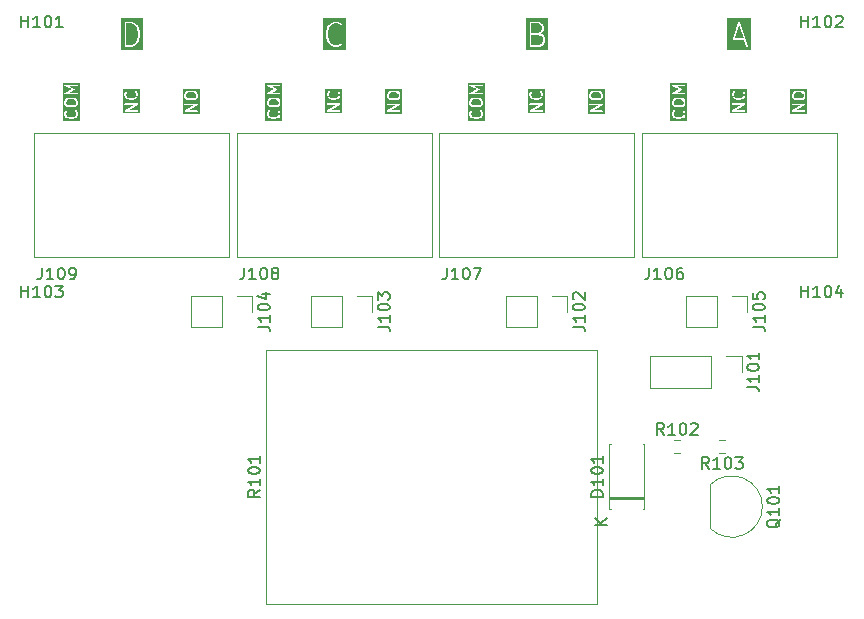
<source format=gbr>
%TF.GenerationSoftware,KiCad,Pcbnew,7.0.8-7.0.8~ubuntu22.04.1*%
%TF.CreationDate,2023-10-29T22:01:59-04:00*%
%TF.ProjectId,relay_board,72656c61-795f-4626-9f61-72642e6b6963,rev?*%
%TF.SameCoordinates,Original*%
%TF.FileFunction,Legend,Top*%
%TF.FilePolarity,Positive*%
%FSLAX46Y46*%
G04 Gerber Fmt 4.6, Leading zero omitted, Abs format (unit mm)*
G04 Created by KiCad (PCBNEW 7.0.8-7.0.8~ubuntu22.04.1) date 2023-10-29 22:01:59*
%MOMM*%
%LPD*%
G01*
G04 APERTURE LIST*
%ADD10C,0.150000*%
%ADD11C,0.120000*%
G04 APERTURE END LIST*
D10*
G36*
X165297581Y-64583228D02*
G01*
X165466932Y-64752579D01*
X165553044Y-64924804D01*
X165644047Y-65288814D01*
X165644047Y-65556061D01*
X165553044Y-65920071D01*
X165466931Y-66092296D01*
X165297580Y-66261648D01*
X165040210Y-66347438D01*
X164651190Y-66347438D01*
X164651190Y-64497438D01*
X165040210Y-64497438D01*
X165297581Y-64583228D01*
G37*
G36*
X166079761Y-66783152D02*
G01*
X164215476Y-66783152D01*
X164215476Y-66422438D01*
X164501190Y-66422438D01*
X164507853Y-66440746D01*
X164511238Y-66459938D01*
X164516422Y-66464288D01*
X164518737Y-66470647D01*
X164535610Y-66480389D01*
X164550538Y-66492915D01*
X164560280Y-66494632D01*
X164563166Y-66496299D01*
X164566448Y-66495720D01*
X164576190Y-66497438D01*
X165052380Y-66497438D01*
X165053918Y-66496877D01*
X165076097Y-66493589D01*
X165361812Y-66398351D01*
X165365324Y-66395563D01*
X165369791Y-66395173D01*
X165391128Y-66380233D01*
X165581604Y-66189756D01*
X165582295Y-66188274D01*
X165595653Y-66170264D01*
X165690891Y-65979788D01*
X165691297Y-65976259D01*
X165696570Y-65964437D01*
X165791808Y-65583485D01*
X165791447Y-65580036D01*
X165794047Y-65565295D01*
X165794047Y-65279580D01*
X165792861Y-65276322D01*
X165791808Y-65261390D01*
X165696570Y-64880438D01*
X165694581Y-64877494D01*
X165690891Y-64865087D01*
X165595653Y-64674611D01*
X165594466Y-64673487D01*
X165581604Y-64655119D01*
X165391128Y-64464643D01*
X165387064Y-64462748D01*
X165384717Y-64458927D01*
X165361812Y-64446525D01*
X165076097Y-64351287D01*
X165074462Y-64351331D01*
X165052380Y-64347438D01*
X164576190Y-64347438D01*
X164557881Y-64354101D01*
X164538690Y-64357486D01*
X164534339Y-64362670D01*
X164527981Y-64364985D01*
X164518238Y-64381858D01*
X164505713Y-64396786D01*
X164503995Y-64406528D01*
X164502329Y-64409414D01*
X164502907Y-64412696D01*
X164501190Y-64422438D01*
X164501190Y-66422438D01*
X164215476Y-66422438D01*
X164215476Y-64061724D01*
X166079761Y-64061724D01*
X166079761Y-66783152D01*
G37*
G36*
X183224476Y-66783152D02*
G01*
X181265238Y-66783152D01*
X181265238Y-65565295D01*
X181550952Y-65565295D01*
X181552137Y-65568552D01*
X181553191Y-65583485D01*
X181648429Y-65964437D01*
X181650417Y-65967381D01*
X181654108Y-65979788D01*
X181749346Y-66170264D01*
X181750532Y-66171387D01*
X181763395Y-66189756D01*
X181953871Y-66380233D01*
X181957934Y-66382127D01*
X181960282Y-66385949D01*
X181983187Y-66398351D01*
X182268902Y-66493589D01*
X182270536Y-66493544D01*
X182292619Y-66497438D01*
X182483095Y-66497438D01*
X182484633Y-66496877D01*
X182506812Y-66493589D01*
X182792526Y-66398351D01*
X182796038Y-66395563D01*
X182800505Y-66395173D01*
X182821842Y-66380233D01*
X182917081Y-66284993D01*
X182938762Y-66238497D01*
X182925484Y-66188942D01*
X182883458Y-66159516D01*
X182832351Y-66163987D01*
X182811014Y-66178928D01*
X182728294Y-66261648D01*
X182470925Y-66347438D01*
X182304789Y-66347438D01*
X182047418Y-66261648D01*
X181878067Y-66092296D01*
X181791954Y-65920071D01*
X181700952Y-65556061D01*
X181700952Y-65288814D01*
X181791954Y-64924804D01*
X181878067Y-64752579D01*
X182047417Y-64583228D01*
X182304789Y-64497438D01*
X182470925Y-64497438D01*
X182728295Y-64583228D01*
X182811014Y-64665947D01*
X182857511Y-64687628D01*
X182907065Y-64674351D01*
X182936492Y-64632326D01*
X182932021Y-64581218D01*
X182917080Y-64559881D01*
X182821842Y-64464643D01*
X182817777Y-64462747D01*
X182815431Y-64458928D01*
X182792526Y-64446525D01*
X182506812Y-64351287D01*
X182505177Y-64351331D01*
X182483095Y-64347438D01*
X182292619Y-64347438D01*
X182291080Y-64347998D01*
X182268902Y-64351287D01*
X181983187Y-64446525D01*
X181979676Y-64449311D01*
X181975208Y-64449702D01*
X181953871Y-64464643D01*
X181763395Y-64655119D01*
X181762702Y-64656603D01*
X181749346Y-64674611D01*
X181654108Y-64865087D01*
X181653701Y-64868615D01*
X181648429Y-64880438D01*
X181553191Y-65261390D01*
X181553551Y-65264838D01*
X181550952Y-65279580D01*
X181550952Y-65565295D01*
X181265238Y-65565295D01*
X181265238Y-64061724D01*
X183224476Y-64061724D01*
X183224476Y-66783152D01*
G37*
G36*
X170453617Y-70378198D02*
G01*
X170525561Y-70450141D01*
X170559819Y-70518657D01*
X170559819Y-70673723D01*
X170525561Y-70742238D01*
X170453617Y-70814181D01*
X170292251Y-70854523D01*
X169977386Y-70854523D01*
X169816019Y-70814181D01*
X169744077Y-70742239D01*
X169709819Y-70673723D01*
X169709819Y-70518657D01*
X169744077Y-70450141D01*
X169816019Y-70378198D01*
X169977386Y-70337857D01*
X170292251Y-70337857D01*
X170453617Y-70378198D01*
G37*
G36*
X170852676Y-72147380D02*
G01*
X169416962Y-72147380D01*
X169416962Y-71916499D01*
X169560958Y-71916499D01*
X169564314Y-71935532D01*
X169564228Y-71954860D01*
X169568662Y-71960193D01*
X169569867Y-71967023D01*
X169584673Y-71979447D01*
X169597030Y-71994307D01*
X169603853Y-71995541D01*
X169609167Y-72000000D01*
X169634819Y-72004523D01*
X170634819Y-72004523D01*
X170683028Y-71986976D01*
X170708680Y-71942547D01*
X170699771Y-71892023D01*
X170660471Y-71859046D01*
X170634819Y-71854523D01*
X169917236Y-71854523D01*
X170672030Y-71423213D01*
X170676511Y-71417919D01*
X170683028Y-71415548D01*
X170692691Y-71398810D01*
X170705181Y-71384060D01*
X170705211Y-71377125D01*
X170708680Y-71371119D01*
X170705323Y-71352085D01*
X170705410Y-71332758D01*
X170700975Y-71327424D01*
X170699771Y-71320595D01*
X170684964Y-71308170D01*
X170672608Y-71293311D01*
X170665784Y-71292076D01*
X170660471Y-71287618D01*
X170634819Y-71283095D01*
X169634819Y-71283095D01*
X169586610Y-71300642D01*
X169560958Y-71345071D01*
X169569867Y-71395595D01*
X169609167Y-71428572D01*
X169634819Y-71433095D01*
X170352402Y-71433095D01*
X169597609Y-71864405D01*
X169593127Y-71869697D01*
X169586610Y-71872070D01*
X169576945Y-71888809D01*
X169564457Y-71903558D01*
X169564426Y-71910492D01*
X169560958Y-71916499D01*
X169416962Y-71916499D01*
X169416962Y-70691428D01*
X169559819Y-70691428D01*
X169561352Y-70695641D01*
X169560311Y-70700002D01*
X169567737Y-70724969D01*
X169615356Y-70820207D01*
X169616545Y-70821332D01*
X169629405Y-70839699D01*
X169724643Y-70934937D01*
X169731350Y-70938064D01*
X169735697Y-70944055D01*
X169759486Y-70954665D01*
X169949962Y-71002284D01*
X169953410Y-71001923D01*
X169968152Y-71004523D01*
X170301485Y-71004523D01*
X170304742Y-71003337D01*
X170319675Y-71002284D01*
X170510151Y-70954665D01*
X170516283Y-70950522D01*
X170523657Y-70949878D01*
X170544994Y-70934937D01*
X170640233Y-70839699D01*
X170640924Y-70838216D01*
X170654282Y-70820207D01*
X170701901Y-70724969D01*
X170702413Y-70720515D01*
X170705296Y-70717080D01*
X170709819Y-70691428D01*
X170709819Y-70500952D01*
X170708285Y-70496738D01*
X170709327Y-70492377D01*
X170701901Y-70467411D01*
X170654282Y-70372173D01*
X170653095Y-70371049D01*
X170640233Y-70352681D01*
X170544994Y-70257443D01*
X170538286Y-70254315D01*
X170533940Y-70248325D01*
X170510151Y-70237715D01*
X170319675Y-70190096D01*
X170316226Y-70190456D01*
X170301485Y-70187857D01*
X169968152Y-70187857D01*
X169964894Y-70189042D01*
X169949962Y-70190096D01*
X169759486Y-70237715D01*
X169753353Y-70241856D01*
X169745980Y-70242502D01*
X169724643Y-70257443D01*
X169629405Y-70352681D01*
X169628714Y-70354162D01*
X169615356Y-70372173D01*
X169567737Y-70467411D01*
X169567224Y-70471864D01*
X169564342Y-70475300D01*
X169559819Y-70500952D01*
X169559819Y-70691428D01*
X169416962Y-70691428D01*
X169416962Y-70045000D01*
X170852676Y-70045000D01*
X170852676Y-72147380D01*
G37*
G36*
X165772676Y-72123570D02*
G01*
X164336962Y-72123570D01*
X164336962Y-71892689D01*
X164480958Y-71892689D01*
X164484314Y-71911722D01*
X164484228Y-71931050D01*
X164488662Y-71936383D01*
X164489867Y-71943213D01*
X164504673Y-71955637D01*
X164517030Y-71970497D01*
X164523853Y-71971731D01*
X164529167Y-71976190D01*
X164554819Y-71980713D01*
X165554819Y-71980713D01*
X165603028Y-71963166D01*
X165628680Y-71918737D01*
X165619771Y-71868213D01*
X165580471Y-71835236D01*
X165554819Y-71830713D01*
X164837236Y-71830713D01*
X165592030Y-71399403D01*
X165596511Y-71394109D01*
X165603028Y-71391738D01*
X165612691Y-71375000D01*
X165625181Y-71360250D01*
X165625211Y-71353315D01*
X165628680Y-71347309D01*
X165625323Y-71328275D01*
X165625410Y-71308948D01*
X165620975Y-71303614D01*
X165619771Y-71296785D01*
X165604964Y-71284360D01*
X165592608Y-71269501D01*
X165585784Y-71268266D01*
X165580471Y-71263808D01*
X165554819Y-71259285D01*
X164554819Y-71259285D01*
X164506610Y-71276832D01*
X164480958Y-71321261D01*
X164489867Y-71371785D01*
X164529167Y-71404762D01*
X164554819Y-71409285D01*
X165272402Y-71409285D01*
X164517609Y-71840595D01*
X164513127Y-71845887D01*
X164506610Y-71848260D01*
X164496945Y-71864999D01*
X164484457Y-71879748D01*
X164484426Y-71886682D01*
X164480958Y-71892689D01*
X164336962Y-71892689D01*
X164336962Y-70572380D01*
X164479819Y-70572380D01*
X164480379Y-70573918D01*
X164483668Y-70596097D01*
X164531287Y-70738954D01*
X164534074Y-70742466D01*
X164534465Y-70746933D01*
X164549405Y-70768270D01*
X164644643Y-70863508D01*
X164646124Y-70864198D01*
X164664135Y-70877557D01*
X164759373Y-70925176D01*
X164762901Y-70925582D01*
X164774724Y-70930855D01*
X164965200Y-70978474D01*
X164968648Y-70978113D01*
X164983390Y-70980713D01*
X165126247Y-70980713D01*
X165129504Y-70979527D01*
X165144437Y-70978474D01*
X165334913Y-70930855D01*
X165337857Y-70928866D01*
X165350264Y-70925176D01*
X165445502Y-70877557D01*
X165446625Y-70876370D01*
X165464994Y-70863508D01*
X165560233Y-70768270D01*
X165562128Y-70764205D01*
X165565948Y-70761859D01*
X165578351Y-70738954D01*
X165625970Y-70596098D01*
X165625925Y-70594462D01*
X165629819Y-70572380D01*
X165629819Y-70477142D01*
X165629259Y-70475604D01*
X165625970Y-70453424D01*
X165578351Y-70310568D01*
X165575563Y-70307056D01*
X165575173Y-70302588D01*
X165560232Y-70281251D01*
X165512612Y-70233632D01*
X165466116Y-70211952D01*
X165416561Y-70225229D01*
X165387135Y-70267255D01*
X165391607Y-70318363D01*
X165406548Y-70339700D01*
X165441648Y-70374799D01*
X165479819Y-70489312D01*
X165479819Y-70560210D01*
X165441648Y-70674722D01*
X165367534Y-70748835D01*
X165290547Y-70787329D01*
X165117013Y-70830713D01*
X164992624Y-70830713D01*
X164819090Y-70787329D01*
X164742103Y-70748836D01*
X164667990Y-70674723D01*
X164629819Y-70560209D01*
X164629819Y-70489312D01*
X164667990Y-70374798D01*
X164703090Y-70339699D01*
X164724771Y-70293203D01*
X164711494Y-70243648D01*
X164669468Y-70214222D01*
X164618361Y-70218693D01*
X164597024Y-70233633D01*
X164549405Y-70281252D01*
X164547510Y-70285315D01*
X164543689Y-70287663D01*
X164531287Y-70310568D01*
X164483668Y-70453425D01*
X164483712Y-70455059D01*
X164479819Y-70477142D01*
X164479819Y-70572380D01*
X164336962Y-70572380D01*
X164336962Y-70069095D01*
X165772676Y-70069095D01*
X165772676Y-72123570D01*
G37*
G36*
X160293617Y-70973436D02*
G01*
X160365561Y-71045379D01*
X160399819Y-71113895D01*
X160399819Y-71268961D01*
X160365561Y-71337476D01*
X160293617Y-71409419D01*
X160132251Y-71449761D01*
X159817386Y-71449761D01*
X159656019Y-71409419D01*
X159584077Y-71337477D01*
X159549819Y-71268961D01*
X159549819Y-71113895D01*
X159584077Y-71045379D01*
X159656019Y-70973436D01*
X159817386Y-70933095D01*
X160132251Y-70933095D01*
X160293617Y-70973436D01*
G37*
G36*
X160692676Y-72742618D02*
G01*
X159256962Y-72742618D01*
X159256962Y-72191428D01*
X159399819Y-72191428D01*
X159400379Y-72192966D01*
X159403668Y-72215145D01*
X159451287Y-72358002D01*
X159454074Y-72361514D01*
X159454465Y-72365981D01*
X159469405Y-72387318D01*
X159564643Y-72482556D01*
X159566124Y-72483246D01*
X159584135Y-72496605D01*
X159679373Y-72544224D01*
X159682901Y-72544630D01*
X159694724Y-72549903D01*
X159885200Y-72597522D01*
X159888648Y-72597161D01*
X159903390Y-72599761D01*
X160046247Y-72599761D01*
X160049504Y-72598575D01*
X160064437Y-72597522D01*
X160254913Y-72549903D01*
X160257857Y-72547914D01*
X160270264Y-72544224D01*
X160365502Y-72496605D01*
X160366625Y-72495418D01*
X160384994Y-72482556D01*
X160480233Y-72387318D01*
X160482128Y-72383253D01*
X160485948Y-72380907D01*
X160498351Y-72358002D01*
X160545970Y-72215146D01*
X160545925Y-72213510D01*
X160549819Y-72191428D01*
X160549819Y-72096190D01*
X160549259Y-72094652D01*
X160545970Y-72072472D01*
X160498351Y-71929616D01*
X160495563Y-71926104D01*
X160495173Y-71921636D01*
X160480232Y-71900299D01*
X160432612Y-71852680D01*
X160386116Y-71831000D01*
X160336561Y-71844277D01*
X160307135Y-71886303D01*
X160311607Y-71937411D01*
X160326548Y-71958748D01*
X160361648Y-71993847D01*
X160399819Y-72108360D01*
X160399819Y-72179258D01*
X160361648Y-72293770D01*
X160287534Y-72367883D01*
X160210547Y-72406377D01*
X160037013Y-72449761D01*
X159912624Y-72449761D01*
X159739090Y-72406377D01*
X159662103Y-72367884D01*
X159587990Y-72293771D01*
X159549819Y-72179257D01*
X159549819Y-72108360D01*
X159587990Y-71993846D01*
X159623090Y-71958747D01*
X159644771Y-71912251D01*
X159631494Y-71862696D01*
X159589468Y-71833270D01*
X159538361Y-71837741D01*
X159517024Y-71852681D01*
X159469405Y-71900300D01*
X159467510Y-71904363D01*
X159463689Y-71906711D01*
X159451287Y-71929616D01*
X159403668Y-72072473D01*
X159403712Y-72074107D01*
X159399819Y-72096190D01*
X159399819Y-72191428D01*
X159256962Y-72191428D01*
X159256962Y-71286666D01*
X159399819Y-71286666D01*
X159401352Y-71290879D01*
X159400311Y-71295240D01*
X159407737Y-71320207D01*
X159455356Y-71415445D01*
X159456545Y-71416570D01*
X159469405Y-71434937D01*
X159564643Y-71530175D01*
X159571350Y-71533302D01*
X159575697Y-71539293D01*
X159599486Y-71549903D01*
X159789962Y-71597522D01*
X159793410Y-71597161D01*
X159808152Y-71599761D01*
X160141485Y-71599761D01*
X160144742Y-71598575D01*
X160159675Y-71597522D01*
X160350151Y-71549903D01*
X160356283Y-71545760D01*
X160363657Y-71545116D01*
X160384994Y-71530175D01*
X160480233Y-71434937D01*
X160480924Y-71433454D01*
X160494282Y-71415445D01*
X160541901Y-71320207D01*
X160542413Y-71315753D01*
X160545296Y-71312318D01*
X160549819Y-71286666D01*
X160549819Y-71096190D01*
X160548285Y-71091976D01*
X160549327Y-71087615D01*
X160541901Y-71062649D01*
X160494282Y-70967411D01*
X160493095Y-70966287D01*
X160480233Y-70947919D01*
X160384994Y-70852681D01*
X160378286Y-70849553D01*
X160373940Y-70843563D01*
X160350151Y-70832953D01*
X160159675Y-70785334D01*
X160156226Y-70785694D01*
X160141485Y-70783095D01*
X159808152Y-70783095D01*
X159804894Y-70784280D01*
X159789962Y-70785334D01*
X159599486Y-70832953D01*
X159593353Y-70837094D01*
X159585980Y-70837740D01*
X159564643Y-70852681D01*
X159469405Y-70947919D01*
X159468714Y-70949400D01*
X159455356Y-70967411D01*
X159407737Y-71062649D01*
X159407224Y-71067102D01*
X159404342Y-71070538D01*
X159399819Y-71096190D01*
X159399819Y-71286666D01*
X159256962Y-71286666D01*
X159256962Y-69769372D01*
X159400102Y-69769372D01*
X159407022Y-69784223D01*
X159409867Y-69800357D01*
X159417539Y-69806795D01*
X159421770Y-69815874D01*
X159443103Y-69830821D01*
X160011750Y-70096190D01*
X159443103Y-70361559D01*
X159436022Y-70368644D01*
X159426610Y-70372070D01*
X159418417Y-70386259D01*
X159406837Y-70397847D01*
X159405966Y-70407823D01*
X159400958Y-70416499D01*
X159403803Y-70432634D01*
X159402380Y-70448956D01*
X159408127Y-70457159D01*
X159409867Y-70467023D01*
X159422417Y-70477554D01*
X159431819Y-70490972D01*
X159441493Y-70493561D01*
X159449167Y-70500000D01*
X159474819Y-70504523D01*
X160474819Y-70504523D01*
X160523028Y-70486976D01*
X160548680Y-70442547D01*
X160539771Y-70392023D01*
X160500471Y-70359046D01*
X160474819Y-70354523D01*
X159812887Y-70354523D01*
X160220821Y-70164154D01*
X160234579Y-70150387D01*
X160250528Y-70139227D01*
X160252287Y-70132667D01*
X160257086Y-70127866D01*
X160258777Y-70108477D01*
X160263821Y-70089676D01*
X160260953Y-70083522D01*
X160261544Y-70076757D01*
X160250372Y-70060813D01*
X160242153Y-70043173D01*
X160234018Y-70037473D01*
X160232104Y-70034741D01*
X160228892Y-70033881D01*
X160220821Y-70028226D01*
X159812887Y-69837857D01*
X160474819Y-69837857D01*
X160523028Y-69820310D01*
X160548680Y-69775881D01*
X160539771Y-69725357D01*
X160500471Y-69692380D01*
X160474819Y-69687857D01*
X159474819Y-69687857D01*
X159465406Y-69691282D01*
X159455429Y-69690407D01*
X159442004Y-69699800D01*
X159426610Y-69705404D01*
X159421602Y-69714076D01*
X159413395Y-69719820D01*
X159409149Y-69735645D01*
X159400958Y-69749833D01*
X159402697Y-69759697D01*
X159400102Y-69769372D01*
X159256962Y-69769372D01*
X159256962Y-69545000D01*
X160692676Y-69545000D01*
X160692676Y-72742618D01*
G37*
G36*
X182917676Y-72123570D02*
G01*
X181481962Y-72123570D01*
X181481962Y-71892689D01*
X181625958Y-71892689D01*
X181629314Y-71911722D01*
X181629228Y-71931050D01*
X181633662Y-71936383D01*
X181634867Y-71943213D01*
X181649673Y-71955637D01*
X181662030Y-71970497D01*
X181668853Y-71971731D01*
X181674167Y-71976190D01*
X181699819Y-71980713D01*
X182699819Y-71980713D01*
X182748028Y-71963166D01*
X182773680Y-71918737D01*
X182764771Y-71868213D01*
X182725471Y-71835236D01*
X182699819Y-71830713D01*
X181982236Y-71830713D01*
X182737030Y-71399403D01*
X182741511Y-71394109D01*
X182748028Y-71391738D01*
X182757691Y-71375000D01*
X182770181Y-71360250D01*
X182770211Y-71353315D01*
X182773680Y-71347309D01*
X182770323Y-71328275D01*
X182770410Y-71308948D01*
X182765975Y-71303614D01*
X182764771Y-71296785D01*
X182749964Y-71284360D01*
X182737608Y-71269501D01*
X182730784Y-71268266D01*
X182725471Y-71263808D01*
X182699819Y-71259285D01*
X181699819Y-71259285D01*
X181651610Y-71276832D01*
X181625958Y-71321261D01*
X181634867Y-71371785D01*
X181674167Y-71404762D01*
X181699819Y-71409285D01*
X182417402Y-71409285D01*
X181662609Y-71840595D01*
X181658127Y-71845887D01*
X181651610Y-71848260D01*
X181641945Y-71864999D01*
X181629457Y-71879748D01*
X181629426Y-71886682D01*
X181625958Y-71892689D01*
X181481962Y-71892689D01*
X181481962Y-70572380D01*
X181624819Y-70572380D01*
X181625379Y-70573918D01*
X181628668Y-70596097D01*
X181676287Y-70738954D01*
X181679074Y-70742466D01*
X181679465Y-70746933D01*
X181694405Y-70768270D01*
X181789643Y-70863508D01*
X181791124Y-70864198D01*
X181809135Y-70877557D01*
X181904373Y-70925176D01*
X181907901Y-70925582D01*
X181919724Y-70930855D01*
X182110200Y-70978474D01*
X182113648Y-70978113D01*
X182128390Y-70980713D01*
X182271247Y-70980713D01*
X182274504Y-70979527D01*
X182289437Y-70978474D01*
X182479913Y-70930855D01*
X182482857Y-70928866D01*
X182495264Y-70925176D01*
X182590502Y-70877557D01*
X182591625Y-70876370D01*
X182609994Y-70863508D01*
X182705233Y-70768270D01*
X182707128Y-70764205D01*
X182710948Y-70761859D01*
X182723351Y-70738954D01*
X182770970Y-70596098D01*
X182770925Y-70594462D01*
X182774819Y-70572380D01*
X182774819Y-70477142D01*
X182774259Y-70475604D01*
X182770970Y-70453424D01*
X182723351Y-70310568D01*
X182720563Y-70307056D01*
X182720173Y-70302588D01*
X182705232Y-70281251D01*
X182657612Y-70233632D01*
X182611116Y-70211952D01*
X182561561Y-70225229D01*
X182532135Y-70267255D01*
X182536607Y-70318363D01*
X182551548Y-70339700D01*
X182586648Y-70374799D01*
X182624819Y-70489312D01*
X182624819Y-70560210D01*
X182586648Y-70674722D01*
X182512534Y-70748835D01*
X182435547Y-70787329D01*
X182262013Y-70830713D01*
X182137624Y-70830713D01*
X181964090Y-70787329D01*
X181887103Y-70748836D01*
X181812990Y-70674723D01*
X181774819Y-70560209D01*
X181774819Y-70489312D01*
X181812990Y-70374798D01*
X181848090Y-70339699D01*
X181869771Y-70293203D01*
X181856494Y-70243648D01*
X181814468Y-70214222D01*
X181763361Y-70218693D01*
X181742024Y-70233633D01*
X181694405Y-70281252D01*
X181692510Y-70285315D01*
X181688689Y-70287663D01*
X181676287Y-70310568D01*
X181628668Y-70453425D01*
X181628712Y-70455059D01*
X181624819Y-70477142D01*
X181624819Y-70572380D01*
X181481962Y-70572380D01*
X181481962Y-70069095D01*
X182917676Y-70069095D01*
X182917676Y-72123570D01*
G37*
G36*
X187598617Y-70378198D02*
G01*
X187670561Y-70450141D01*
X187704819Y-70518657D01*
X187704819Y-70673723D01*
X187670561Y-70742238D01*
X187598617Y-70814181D01*
X187437251Y-70854523D01*
X187122386Y-70854523D01*
X186961019Y-70814181D01*
X186889077Y-70742239D01*
X186854819Y-70673723D01*
X186854819Y-70518657D01*
X186889077Y-70450141D01*
X186961019Y-70378198D01*
X187122386Y-70337857D01*
X187437251Y-70337857D01*
X187598617Y-70378198D01*
G37*
G36*
X187997676Y-72147380D02*
G01*
X186561962Y-72147380D01*
X186561962Y-71916499D01*
X186705958Y-71916499D01*
X186709314Y-71935532D01*
X186709228Y-71954860D01*
X186713662Y-71960193D01*
X186714867Y-71967023D01*
X186729673Y-71979447D01*
X186742030Y-71994307D01*
X186748853Y-71995541D01*
X186754167Y-72000000D01*
X186779819Y-72004523D01*
X187779819Y-72004523D01*
X187828028Y-71986976D01*
X187853680Y-71942547D01*
X187844771Y-71892023D01*
X187805471Y-71859046D01*
X187779819Y-71854523D01*
X187062236Y-71854523D01*
X187817030Y-71423213D01*
X187821511Y-71417919D01*
X187828028Y-71415548D01*
X187837691Y-71398810D01*
X187850181Y-71384060D01*
X187850211Y-71377125D01*
X187853680Y-71371119D01*
X187850323Y-71352085D01*
X187850410Y-71332758D01*
X187845975Y-71327424D01*
X187844771Y-71320595D01*
X187829964Y-71308170D01*
X187817608Y-71293311D01*
X187810784Y-71292076D01*
X187805471Y-71287618D01*
X187779819Y-71283095D01*
X186779819Y-71283095D01*
X186731610Y-71300642D01*
X186705958Y-71345071D01*
X186714867Y-71395595D01*
X186754167Y-71428572D01*
X186779819Y-71433095D01*
X187497402Y-71433095D01*
X186742609Y-71864405D01*
X186738127Y-71869697D01*
X186731610Y-71872070D01*
X186721945Y-71888809D01*
X186709457Y-71903558D01*
X186709426Y-71910492D01*
X186705958Y-71916499D01*
X186561962Y-71916499D01*
X186561962Y-70691428D01*
X186704819Y-70691428D01*
X186706352Y-70695641D01*
X186705311Y-70700002D01*
X186712737Y-70724969D01*
X186760356Y-70820207D01*
X186761545Y-70821332D01*
X186774405Y-70839699D01*
X186869643Y-70934937D01*
X186876350Y-70938064D01*
X186880697Y-70944055D01*
X186904486Y-70954665D01*
X187094962Y-71002284D01*
X187098410Y-71001923D01*
X187113152Y-71004523D01*
X187446485Y-71004523D01*
X187449742Y-71003337D01*
X187464675Y-71002284D01*
X187655151Y-70954665D01*
X187661283Y-70950522D01*
X187668657Y-70949878D01*
X187689994Y-70934937D01*
X187785233Y-70839699D01*
X187785924Y-70838216D01*
X187799282Y-70820207D01*
X187846901Y-70724969D01*
X187847413Y-70720515D01*
X187850296Y-70717080D01*
X187854819Y-70691428D01*
X187854819Y-70500952D01*
X187853285Y-70496738D01*
X187854327Y-70492377D01*
X187846901Y-70467411D01*
X187799282Y-70372173D01*
X187798095Y-70371049D01*
X187785233Y-70352681D01*
X187689994Y-70257443D01*
X187683286Y-70254315D01*
X187678940Y-70248325D01*
X187655151Y-70237715D01*
X187464675Y-70190096D01*
X187461226Y-70190456D01*
X187446485Y-70187857D01*
X187113152Y-70187857D01*
X187109894Y-70189042D01*
X187094962Y-70190096D01*
X186904486Y-70237715D01*
X186898353Y-70241856D01*
X186890980Y-70242502D01*
X186869643Y-70257443D01*
X186774405Y-70352681D01*
X186773714Y-70354162D01*
X186760356Y-70372173D01*
X186712737Y-70467411D01*
X186712224Y-70471864D01*
X186709342Y-70475300D01*
X186704819Y-70500952D01*
X186704819Y-70691428D01*
X186561962Y-70691428D01*
X186561962Y-70045000D01*
X187997676Y-70045000D01*
X187997676Y-72147380D01*
G37*
G36*
X177438617Y-70973436D02*
G01*
X177510561Y-71045379D01*
X177544819Y-71113895D01*
X177544819Y-71268961D01*
X177510561Y-71337476D01*
X177438617Y-71409419D01*
X177277251Y-71449761D01*
X176962386Y-71449761D01*
X176801019Y-71409419D01*
X176729077Y-71337477D01*
X176694819Y-71268961D01*
X176694819Y-71113895D01*
X176729077Y-71045379D01*
X176801019Y-70973436D01*
X176962386Y-70933095D01*
X177277251Y-70933095D01*
X177438617Y-70973436D01*
G37*
G36*
X177837676Y-72742618D02*
G01*
X176401962Y-72742618D01*
X176401962Y-72191428D01*
X176544819Y-72191428D01*
X176545379Y-72192966D01*
X176548668Y-72215145D01*
X176596287Y-72358002D01*
X176599074Y-72361514D01*
X176599465Y-72365981D01*
X176614405Y-72387318D01*
X176709643Y-72482556D01*
X176711124Y-72483246D01*
X176729135Y-72496605D01*
X176824373Y-72544224D01*
X176827901Y-72544630D01*
X176839724Y-72549903D01*
X177030200Y-72597522D01*
X177033648Y-72597161D01*
X177048390Y-72599761D01*
X177191247Y-72599761D01*
X177194504Y-72598575D01*
X177209437Y-72597522D01*
X177399913Y-72549903D01*
X177402857Y-72547914D01*
X177415264Y-72544224D01*
X177510502Y-72496605D01*
X177511625Y-72495418D01*
X177529994Y-72482556D01*
X177625233Y-72387318D01*
X177627128Y-72383253D01*
X177630948Y-72380907D01*
X177643351Y-72358002D01*
X177690970Y-72215146D01*
X177690925Y-72213510D01*
X177694819Y-72191428D01*
X177694819Y-72096190D01*
X177694259Y-72094652D01*
X177690970Y-72072472D01*
X177643351Y-71929616D01*
X177640563Y-71926104D01*
X177640173Y-71921636D01*
X177625232Y-71900299D01*
X177577612Y-71852680D01*
X177531116Y-71831000D01*
X177481561Y-71844277D01*
X177452135Y-71886303D01*
X177456607Y-71937411D01*
X177471548Y-71958748D01*
X177506648Y-71993847D01*
X177544819Y-72108360D01*
X177544819Y-72179258D01*
X177506648Y-72293770D01*
X177432534Y-72367883D01*
X177355547Y-72406377D01*
X177182013Y-72449761D01*
X177057624Y-72449761D01*
X176884090Y-72406377D01*
X176807103Y-72367884D01*
X176732990Y-72293771D01*
X176694819Y-72179257D01*
X176694819Y-72108360D01*
X176732990Y-71993846D01*
X176768090Y-71958747D01*
X176789771Y-71912251D01*
X176776494Y-71862696D01*
X176734468Y-71833270D01*
X176683361Y-71837741D01*
X176662024Y-71852681D01*
X176614405Y-71900300D01*
X176612510Y-71904363D01*
X176608689Y-71906711D01*
X176596287Y-71929616D01*
X176548668Y-72072473D01*
X176548712Y-72074107D01*
X176544819Y-72096190D01*
X176544819Y-72191428D01*
X176401962Y-72191428D01*
X176401962Y-71286666D01*
X176544819Y-71286666D01*
X176546352Y-71290879D01*
X176545311Y-71295240D01*
X176552737Y-71320207D01*
X176600356Y-71415445D01*
X176601545Y-71416570D01*
X176614405Y-71434937D01*
X176709643Y-71530175D01*
X176716350Y-71533302D01*
X176720697Y-71539293D01*
X176744486Y-71549903D01*
X176934962Y-71597522D01*
X176938410Y-71597161D01*
X176953152Y-71599761D01*
X177286485Y-71599761D01*
X177289742Y-71598575D01*
X177304675Y-71597522D01*
X177495151Y-71549903D01*
X177501283Y-71545760D01*
X177508657Y-71545116D01*
X177529994Y-71530175D01*
X177625233Y-71434937D01*
X177625924Y-71433454D01*
X177639282Y-71415445D01*
X177686901Y-71320207D01*
X177687413Y-71315753D01*
X177690296Y-71312318D01*
X177694819Y-71286666D01*
X177694819Y-71096190D01*
X177693285Y-71091976D01*
X177694327Y-71087615D01*
X177686901Y-71062649D01*
X177639282Y-70967411D01*
X177638095Y-70966287D01*
X177625233Y-70947919D01*
X177529994Y-70852681D01*
X177523286Y-70849553D01*
X177518940Y-70843563D01*
X177495151Y-70832953D01*
X177304675Y-70785334D01*
X177301226Y-70785694D01*
X177286485Y-70783095D01*
X176953152Y-70783095D01*
X176949894Y-70784280D01*
X176934962Y-70785334D01*
X176744486Y-70832953D01*
X176738353Y-70837094D01*
X176730980Y-70837740D01*
X176709643Y-70852681D01*
X176614405Y-70947919D01*
X176613714Y-70949400D01*
X176600356Y-70967411D01*
X176552737Y-71062649D01*
X176552224Y-71067102D01*
X176549342Y-71070538D01*
X176544819Y-71096190D01*
X176544819Y-71286666D01*
X176401962Y-71286666D01*
X176401962Y-69769372D01*
X176545102Y-69769372D01*
X176552022Y-69784223D01*
X176554867Y-69800357D01*
X176562539Y-69806795D01*
X176566770Y-69815874D01*
X176588103Y-69830821D01*
X177156750Y-70096190D01*
X176588103Y-70361559D01*
X176581022Y-70368644D01*
X176571610Y-70372070D01*
X176563417Y-70386259D01*
X176551837Y-70397847D01*
X176550966Y-70407823D01*
X176545958Y-70416499D01*
X176548803Y-70432634D01*
X176547380Y-70448956D01*
X176553127Y-70457159D01*
X176554867Y-70467023D01*
X176567417Y-70477554D01*
X176576819Y-70490972D01*
X176586493Y-70493561D01*
X176594167Y-70500000D01*
X176619819Y-70504523D01*
X177619819Y-70504523D01*
X177668028Y-70486976D01*
X177693680Y-70442547D01*
X177684771Y-70392023D01*
X177645471Y-70359046D01*
X177619819Y-70354523D01*
X176957887Y-70354523D01*
X177365821Y-70164154D01*
X177379579Y-70150387D01*
X177395528Y-70139227D01*
X177397287Y-70132667D01*
X177402086Y-70127866D01*
X177403777Y-70108477D01*
X177408821Y-70089676D01*
X177405953Y-70083522D01*
X177406544Y-70076757D01*
X177395372Y-70060813D01*
X177387153Y-70043173D01*
X177379018Y-70037473D01*
X177377104Y-70034741D01*
X177373892Y-70033881D01*
X177365821Y-70028226D01*
X176957887Y-69837857D01*
X177619819Y-69837857D01*
X177668028Y-69820310D01*
X177693680Y-69775881D01*
X177684771Y-69725357D01*
X177645471Y-69692380D01*
X177619819Y-69687857D01*
X176619819Y-69687857D01*
X176610406Y-69691282D01*
X176600429Y-69690407D01*
X176587004Y-69699800D01*
X176571610Y-69705404D01*
X176566602Y-69714076D01*
X176558395Y-69719820D01*
X176554149Y-69735645D01*
X176545958Y-69749833D01*
X176547697Y-69759697D01*
X176545102Y-69769372D01*
X176401962Y-69769372D01*
X176401962Y-69545000D01*
X177837676Y-69545000D01*
X177837676Y-72742618D01*
G37*
G36*
X221888617Y-70378198D02*
G01*
X221960561Y-70450141D01*
X221994819Y-70518657D01*
X221994819Y-70673723D01*
X221960561Y-70742238D01*
X221888617Y-70814181D01*
X221727251Y-70854523D01*
X221412386Y-70854523D01*
X221251019Y-70814181D01*
X221179077Y-70742239D01*
X221144819Y-70673723D01*
X221144819Y-70518657D01*
X221179077Y-70450141D01*
X221251019Y-70378198D01*
X221412386Y-70337857D01*
X221727251Y-70337857D01*
X221888617Y-70378198D01*
G37*
G36*
X222287676Y-72147380D02*
G01*
X220851962Y-72147380D01*
X220851962Y-71916499D01*
X220995958Y-71916499D01*
X220999314Y-71935532D01*
X220999228Y-71954860D01*
X221003662Y-71960193D01*
X221004867Y-71967023D01*
X221019673Y-71979447D01*
X221032030Y-71994307D01*
X221038853Y-71995541D01*
X221044167Y-72000000D01*
X221069819Y-72004523D01*
X222069819Y-72004523D01*
X222118028Y-71986976D01*
X222143680Y-71942547D01*
X222134771Y-71892023D01*
X222095471Y-71859046D01*
X222069819Y-71854523D01*
X221352236Y-71854523D01*
X222107030Y-71423213D01*
X222111511Y-71417919D01*
X222118028Y-71415548D01*
X222127691Y-71398810D01*
X222140181Y-71384060D01*
X222140211Y-71377125D01*
X222143680Y-71371119D01*
X222140323Y-71352085D01*
X222140410Y-71332758D01*
X222135975Y-71327424D01*
X222134771Y-71320595D01*
X222119964Y-71308170D01*
X222107608Y-71293311D01*
X222100784Y-71292076D01*
X222095471Y-71287618D01*
X222069819Y-71283095D01*
X221069819Y-71283095D01*
X221021610Y-71300642D01*
X220995958Y-71345071D01*
X221004867Y-71395595D01*
X221044167Y-71428572D01*
X221069819Y-71433095D01*
X221787402Y-71433095D01*
X221032609Y-71864405D01*
X221028127Y-71869697D01*
X221021610Y-71872070D01*
X221011945Y-71888809D01*
X220999457Y-71903558D01*
X220999426Y-71910492D01*
X220995958Y-71916499D01*
X220851962Y-71916499D01*
X220851962Y-70691428D01*
X220994819Y-70691428D01*
X220996352Y-70695641D01*
X220995311Y-70700002D01*
X221002737Y-70724969D01*
X221050356Y-70820207D01*
X221051545Y-70821332D01*
X221064405Y-70839699D01*
X221159643Y-70934937D01*
X221166350Y-70938064D01*
X221170697Y-70944055D01*
X221194486Y-70954665D01*
X221384962Y-71002284D01*
X221388410Y-71001923D01*
X221403152Y-71004523D01*
X221736485Y-71004523D01*
X221739742Y-71003337D01*
X221754675Y-71002284D01*
X221945151Y-70954665D01*
X221951283Y-70950522D01*
X221958657Y-70949878D01*
X221979994Y-70934937D01*
X222075233Y-70839699D01*
X222075924Y-70838216D01*
X222089282Y-70820207D01*
X222136901Y-70724969D01*
X222137413Y-70720515D01*
X222140296Y-70717080D01*
X222144819Y-70691428D01*
X222144819Y-70500952D01*
X222143285Y-70496738D01*
X222144327Y-70492377D01*
X222136901Y-70467411D01*
X222089282Y-70372173D01*
X222088095Y-70371049D01*
X222075233Y-70352681D01*
X221979994Y-70257443D01*
X221973286Y-70254315D01*
X221968940Y-70248325D01*
X221945151Y-70237715D01*
X221754675Y-70190096D01*
X221751226Y-70190456D01*
X221736485Y-70187857D01*
X221403152Y-70187857D01*
X221399894Y-70189042D01*
X221384962Y-70190096D01*
X221194486Y-70237715D01*
X221188353Y-70241856D01*
X221180980Y-70242502D01*
X221159643Y-70257443D01*
X221064405Y-70352681D01*
X221063714Y-70354162D01*
X221050356Y-70372173D01*
X221002737Y-70467411D01*
X221002224Y-70471864D01*
X220999342Y-70475300D01*
X220994819Y-70500952D01*
X220994819Y-70691428D01*
X220851962Y-70691428D01*
X220851962Y-70045000D01*
X222287676Y-70045000D01*
X222287676Y-72147380D01*
G37*
G36*
X217207676Y-72123570D02*
G01*
X215771962Y-72123570D01*
X215771962Y-71892689D01*
X215915958Y-71892689D01*
X215919314Y-71911722D01*
X215919228Y-71931050D01*
X215923662Y-71936383D01*
X215924867Y-71943213D01*
X215939673Y-71955637D01*
X215952030Y-71970497D01*
X215958853Y-71971731D01*
X215964167Y-71976190D01*
X215989819Y-71980713D01*
X216989819Y-71980713D01*
X217038028Y-71963166D01*
X217063680Y-71918737D01*
X217054771Y-71868213D01*
X217015471Y-71835236D01*
X216989819Y-71830713D01*
X216272236Y-71830713D01*
X217027030Y-71399403D01*
X217031511Y-71394109D01*
X217038028Y-71391738D01*
X217047691Y-71375000D01*
X217060181Y-71360250D01*
X217060211Y-71353315D01*
X217063680Y-71347309D01*
X217060323Y-71328275D01*
X217060410Y-71308948D01*
X217055975Y-71303614D01*
X217054771Y-71296785D01*
X217039964Y-71284360D01*
X217027608Y-71269501D01*
X217020784Y-71268266D01*
X217015471Y-71263808D01*
X216989819Y-71259285D01*
X215989819Y-71259285D01*
X215941610Y-71276832D01*
X215915958Y-71321261D01*
X215924867Y-71371785D01*
X215964167Y-71404762D01*
X215989819Y-71409285D01*
X216707402Y-71409285D01*
X215952609Y-71840595D01*
X215948127Y-71845887D01*
X215941610Y-71848260D01*
X215931945Y-71864999D01*
X215919457Y-71879748D01*
X215919426Y-71886682D01*
X215915958Y-71892689D01*
X215771962Y-71892689D01*
X215771962Y-70572380D01*
X215914819Y-70572380D01*
X215915379Y-70573918D01*
X215918668Y-70596097D01*
X215966287Y-70738954D01*
X215969074Y-70742466D01*
X215969465Y-70746933D01*
X215984405Y-70768270D01*
X216079643Y-70863508D01*
X216081124Y-70864198D01*
X216099135Y-70877557D01*
X216194373Y-70925176D01*
X216197901Y-70925582D01*
X216209724Y-70930855D01*
X216400200Y-70978474D01*
X216403648Y-70978113D01*
X216418390Y-70980713D01*
X216561247Y-70980713D01*
X216564504Y-70979527D01*
X216579437Y-70978474D01*
X216769913Y-70930855D01*
X216772857Y-70928866D01*
X216785264Y-70925176D01*
X216880502Y-70877557D01*
X216881625Y-70876370D01*
X216899994Y-70863508D01*
X216995233Y-70768270D01*
X216997128Y-70764205D01*
X217000948Y-70761859D01*
X217013351Y-70738954D01*
X217060970Y-70596098D01*
X217060925Y-70594462D01*
X217064819Y-70572380D01*
X217064819Y-70477142D01*
X217064259Y-70475604D01*
X217060970Y-70453424D01*
X217013351Y-70310568D01*
X217010563Y-70307056D01*
X217010173Y-70302588D01*
X216995232Y-70281251D01*
X216947612Y-70233632D01*
X216901116Y-70211952D01*
X216851561Y-70225229D01*
X216822135Y-70267255D01*
X216826607Y-70318363D01*
X216841548Y-70339700D01*
X216876648Y-70374799D01*
X216914819Y-70489312D01*
X216914819Y-70560210D01*
X216876648Y-70674722D01*
X216802534Y-70748835D01*
X216725547Y-70787329D01*
X216552013Y-70830713D01*
X216427624Y-70830713D01*
X216254090Y-70787329D01*
X216177103Y-70748836D01*
X216102990Y-70674723D01*
X216064819Y-70560209D01*
X216064819Y-70489312D01*
X216102990Y-70374798D01*
X216138090Y-70339699D01*
X216159771Y-70293203D01*
X216146494Y-70243648D01*
X216104468Y-70214222D01*
X216053361Y-70218693D01*
X216032024Y-70233633D01*
X215984405Y-70281252D01*
X215982510Y-70285315D01*
X215978689Y-70287663D01*
X215966287Y-70310568D01*
X215918668Y-70453425D01*
X215918712Y-70455059D01*
X215914819Y-70477142D01*
X215914819Y-70572380D01*
X215771962Y-70572380D01*
X215771962Y-70069095D01*
X217207676Y-70069095D01*
X217207676Y-72123570D01*
G37*
G36*
X211728617Y-70973436D02*
G01*
X211800561Y-71045379D01*
X211834819Y-71113895D01*
X211834819Y-71268961D01*
X211800561Y-71337476D01*
X211728617Y-71409419D01*
X211567251Y-71449761D01*
X211252386Y-71449761D01*
X211091019Y-71409419D01*
X211019077Y-71337477D01*
X210984819Y-71268961D01*
X210984819Y-71113895D01*
X211019077Y-71045379D01*
X211091019Y-70973436D01*
X211252386Y-70933095D01*
X211567251Y-70933095D01*
X211728617Y-70973436D01*
G37*
G36*
X212127676Y-72742618D02*
G01*
X210691962Y-72742618D01*
X210691962Y-72191428D01*
X210834819Y-72191428D01*
X210835379Y-72192966D01*
X210838668Y-72215145D01*
X210886287Y-72358002D01*
X210889074Y-72361514D01*
X210889465Y-72365981D01*
X210904405Y-72387318D01*
X210999643Y-72482556D01*
X211001124Y-72483246D01*
X211019135Y-72496605D01*
X211114373Y-72544224D01*
X211117901Y-72544630D01*
X211129724Y-72549903D01*
X211320200Y-72597522D01*
X211323648Y-72597161D01*
X211338390Y-72599761D01*
X211481247Y-72599761D01*
X211484504Y-72598575D01*
X211499437Y-72597522D01*
X211689913Y-72549903D01*
X211692857Y-72547914D01*
X211705264Y-72544224D01*
X211800502Y-72496605D01*
X211801625Y-72495418D01*
X211819994Y-72482556D01*
X211915233Y-72387318D01*
X211917128Y-72383253D01*
X211920948Y-72380907D01*
X211933351Y-72358002D01*
X211980970Y-72215146D01*
X211980925Y-72213510D01*
X211984819Y-72191428D01*
X211984819Y-72096190D01*
X211984259Y-72094652D01*
X211980970Y-72072472D01*
X211933351Y-71929616D01*
X211930563Y-71926104D01*
X211930173Y-71921636D01*
X211915232Y-71900299D01*
X211867612Y-71852680D01*
X211821116Y-71831000D01*
X211771561Y-71844277D01*
X211742135Y-71886303D01*
X211746607Y-71937411D01*
X211761548Y-71958748D01*
X211796648Y-71993847D01*
X211834819Y-72108360D01*
X211834819Y-72179258D01*
X211796648Y-72293770D01*
X211722534Y-72367883D01*
X211645547Y-72406377D01*
X211472013Y-72449761D01*
X211347624Y-72449761D01*
X211174090Y-72406377D01*
X211097103Y-72367884D01*
X211022990Y-72293771D01*
X210984819Y-72179257D01*
X210984819Y-72108360D01*
X211022990Y-71993846D01*
X211058090Y-71958747D01*
X211079771Y-71912251D01*
X211066494Y-71862696D01*
X211024468Y-71833270D01*
X210973361Y-71837741D01*
X210952024Y-71852681D01*
X210904405Y-71900300D01*
X210902510Y-71904363D01*
X210898689Y-71906711D01*
X210886287Y-71929616D01*
X210838668Y-72072473D01*
X210838712Y-72074107D01*
X210834819Y-72096190D01*
X210834819Y-72191428D01*
X210691962Y-72191428D01*
X210691962Y-71286666D01*
X210834819Y-71286666D01*
X210836352Y-71290879D01*
X210835311Y-71295240D01*
X210842737Y-71320207D01*
X210890356Y-71415445D01*
X210891545Y-71416570D01*
X210904405Y-71434937D01*
X210999643Y-71530175D01*
X211006350Y-71533302D01*
X211010697Y-71539293D01*
X211034486Y-71549903D01*
X211224962Y-71597522D01*
X211228410Y-71597161D01*
X211243152Y-71599761D01*
X211576485Y-71599761D01*
X211579742Y-71598575D01*
X211594675Y-71597522D01*
X211785151Y-71549903D01*
X211791283Y-71545760D01*
X211798657Y-71545116D01*
X211819994Y-71530175D01*
X211915233Y-71434937D01*
X211915924Y-71433454D01*
X211929282Y-71415445D01*
X211976901Y-71320207D01*
X211977413Y-71315753D01*
X211980296Y-71312318D01*
X211984819Y-71286666D01*
X211984819Y-71096190D01*
X211983285Y-71091976D01*
X211984327Y-71087615D01*
X211976901Y-71062649D01*
X211929282Y-70967411D01*
X211928095Y-70966287D01*
X211915233Y-70947919D01*
X211819994Y-70852681D01*
X211813286Y-70849553D01*
X211808940Y-70843563D01*
X211785151Y-70832953D01*
X211594675Y-70785334D01*
X211591226Y-70785694D01*
X211576485Y-70783095D01*
X211243152Y-70783095D01*
X211239894Y-70784280D01*
X211224962Y-70785334D01*
X211034486Y-70832953D01*
X211028353Y-70837094D01*
X211020980Y-70837740D01*
X210999643Y-70852681D01*
X210904405Y-70947919D01*
X210903714Y-70949400D01*
X210890356Y-70967411D01*
X210842737Y-71062649D01*
X210842224Y-71067102D01*
X210839342Y-71070538D01*
X210834819Y-71096190D01*
X210834819Y-71286666D01*
X210691962Y-71286666D01*
X210691962Y-69769372D01*
X210835102Y-69769372D01*
X210842022Y-69784223D01*
X210844867Y-69800357D01*
X210852539Y-69806795D01*
X210856770Y-69815874D01*
X210878103Y-69830821D01*
X211446750Y-70096190D01*
X210878103Y-70361559D01*
X210871022Y-70368644D01*
X210861610Y-70372070D01*
X210853417Y-70386259D01*
X210841837Y-70397847D01*
X210840966Y-70407823D01*
X210835958Y-70416499D01*
X210838803Y-70432634D01*
X210837380Y-70448956D01*
X210843127Y-70457159D01*
X210844867Y-70467023D01*
X210857417Y-70477554D01*
X210866819Y-70490972D01*
X210876493Y-70493561D01*
X210884167Y-70500000D01*
X210909819Y-70504523D01*
X211909819Y-70504523D01*
X211958028Y-70486976D01*
X211983680Y-70442547D01*
X211974771Y-70392023D01*
X211935471Y-70359046D01*
X211909819Y-70354523D01*
X211247887Y-70354523D01*
X211655821Y-70164154D01*
X211669579Y-70150387D01*
X211685528Y-70139227D01*
X211687287Y-70132667D01*
X211692086Y-70127866D01*
X211693777Y-70108477D01*
X211698821Y-70089676D01*
X211695953Y-70083522D01*
X211696544Y-70076757D01*
X211685372Y-70060813D01*
X211677153Y-70043173D01*
X211669018Y-70037473D01*
X211667104Y-70034741D01*
X211663892Y-70033881D01*
X211655821Y-70028226D01*
X211247887Y-69837857D01*
X211909819Y-69837857D01*
X211958028Y-69820310D01*
X211983680Y-69775881D01*
X211974771Y-69725357D01*
X211935471Y-69692380D01*
X211909819Y-69687857D01*
X210909819Y-69687857D01*
X210900406Y-69691282D01*
X210890429Y-69690407D01*
X210877004Y-69699800D01*
X210861610Y-69705404D01*
X210856602Y-69714076D01*
X210848395Y-69719820D01*
X210844149Y-69735645D01*
X210835958Y-69749833D01*
X210837697Y-69759697D01*
X210835102Y-69769372D01*
X210691962Y-69769372D01*
X210691962Y-69545000D01*
X212127676Y-69545000D01*
X212127676Y-72742618D01*
G37*
G36*
X216907133Y-65776009D02*
G01*
X216162866Y-65776009D01*
X216534999Y-64659608D01*
X216907133Y-65776009D01*
G37*
G36*
X217562352Y-66782341D02*
G01*
X215511468Y-66782341D01*
X215511468Y-66398721D01*
X215797182Y-66398721D01*
X215798583Y-66450005D01*
X215832620Y-66488390D01*
X215883369Y-66495915D01*
X215927081Y-66469060D01*
X215939484Y-66446155D01*
X216112866Y-65926009D01*
X216957133Y-65926009D01*
X217130515Y-66446155D01*
X217162406Y-66486341D01*
X217212667Y-66496627D01*
X217257781Y-66472198D01*
X217276638Y-66424487D01*
X217272817Y-66398721D01*
X216606150Y-64398721D01*
X216604807Y-64397029D01*
X216604749Y-64394871D01*
X216588999Y-64377109D01*
X216574259Y-64358535D01*
X216572145Y-64358102D01*
X216570712Y-64356486D01*
X216547233Y-64353004D01*
X216523998Y-64348249D01*
X216522099Y-64349276D01*
X216519963Y-64348960D01*
X216499741Y-64361383D01*
X216478884Y-64372678D01*
X216478090Y-64374685D01*
X216476251Y-64375816D01*
X216463848Y-64398721D01*
X215797182Y-66398721D01*
X215511468Y-66398721D01*
X215511468Y-64062535D01*
X217562352Y-64062535D01*
X217562352Y-66782341D01*
G37*
G36*
X199778057Y-65535609D02*
G01*
X199852170Y-65609722D01*
X199934047Y-65773476D01*
X199934047Y-66023780D01*
X199852169Y-66187534D01*
X199774143Y-66265561D01*
X199610390Y-66347438D01*
X198941190Y-66347438D01*
X198941190Y-65449819D01*
X199520687Y-65449819D01*
X199778057Y-65535609D01*
G37*
G36*
X199678906Y-64579315D02*
G01*
X199756932Y-64657341D01*
X199838809Y-64821095D01*
X199838809Y-64976161D01*
X199756932Y-65139915D01*
X199678905Y-65217941D01*
X199515152Y-65299819D01*
X198941190Y-65299819D01*
X198941190Y-64497438D01*
X199515152Y-64497438D01*
X199678906Y-64579315D01*
G37*
G36*
X200369761Y-66783152D02*
G01*
X198505476Y-66783152D01*
X198505476Y-66422438D01*
X198791190Y-66422438D01*
X198797853Y-66440746D01*
X198801238Y-66459938D01*
X198806422Y-66464288D01*
X198808737Y-66470647D01*
X198825610Y-66480389D01*
X198840538Y-66492915D01*
X198850280Y-66494632D01*
X198853166Y-66496299D01*
X198856448Y-66495720D01*
X198866190Y-66497438D01*
X199628095Y-66497438D01*
X199632308Y-66495904D01*
X199636669Y-66496946D01*
X199661636Y-66489520D01*
X199852112Y-66394282D01*
X199853238Y-66393092D01*
X199871604Y-66380233D01*
X199966843Y-66284993D01*
X199967534Y-66283510D01*
X199980891Y-66265502D01*
X200076129Y-66075026D01*
X200076641Y-66070572D01*
X200079524Y-66067137D01*
X200084047Y-66041485D01*
X200084047Y-65755771D01*
X200082513Y-65751559D01*
X200083556Y-65747197D01*
X200076129Y-65722230D01*
X199980891Y-65531754D01*
X199979704Y-65530630D01*
X199966842Y-65512262D01*
X199871604Y-65417024D01*
X199867539Y-65415128D01*
X199865193Y-65411309D01*
X199842288Y-65398906D01*
X199728346Y-65360925D01*
X199756874Y-65346662D01*
X199757999Y-65345472D01*
X199776366Y-65332613D01*
X199871604Y-65237375D01*
X199872294Y-65235893D01*
X199885653Y-65217883D01*
X199980891Y-65027407D01*
X199981403Y-65022953D01*
X199984286Y-65019518D01*
X199988809Y-64993866D01*
X199988809Y-64803390D01*
X199987275Y-64799178D01*
X199988318Y-64794816D01*
X199980891Y-64769849D01*
X199885653Y-64579373D01*
X199884466Y-64578249D01*
X199871604Y-64559881D01*
X199776366Y-64464643D01*
X199774881Y-64463950D01*
X199756874Y-64450594D01*
X199566398Y-64355356D01*
X199561944Y-64354843D01*
X199558509Y-64351961D01*
X199532857Y-64347438D01*
X198866190Y-64347438D01*
X198847881Y-64354101D01*
X198828690Y-64357486D01*
X198824339Y-64362670D01*
X198817981Y-64364985D01*
X198808238Y-64381858D01*
X198795713Y-64396786D01*
X198793995Y-64406528D01*
X198792329Y-64409414D01*
X198792907Y-64412696D01*
X198791190Y-64422438D01*
X198791190Y-66422438D01*
X198505476Y-66422438D01*
X198505476Y-64061724D01*
X200369761Y-64061724D01*
X200369761Y-66783152D01*
G37*
G36*
X204743617Y-70378198D02*
G01*
X204815561Y-70450141D01*
X204849819Y-70518657D01*
X204849819Y-70673723D01*
X204815561Y-70742238D01*
X204743617Y-70814181D01*
X204582251Y-70854523D01*
X204267386Y-70854523D01*
X204106019Y-70814181D01*
X204034077Y-70742239D01*
X203999819Y-70673723D01*
X203999819Y-70518657D01*
X204034077Y-70450141D01*
X204106019Y-70378198D01*
X204267386Y-70337857D01*
X204582251Y-70337857D01*
X204743617Y-70378198D01*
G37*
G36*
X205142676Y-72147380D02*
G01*
X203706962Y-72147380D01*
X203706962Y-71916499D01*
X203850958Y-71916499D01*
X203854314Y-71935532D01*
X203854228Y-71954860D01*
X203858662Y-71960193D01*
X203859867Y-71967023D01*
X203874673Y-71979447D01*
X203887030Y-71994307D01*
X203893853Y-71995541D01*
X203899167Y-72000000D01*
X203924819Y-72004523D01*
X204924819Y-72004523D01*
X204973028Y-71986976D01*
X204998680Y-71942547D01*
X204989771Y-71892023D01*
X204950471Y-71859046D01*
X204924819Y-71854523D01*
X204207236Y-71854523D01*
X204962030Y-71423213D01*
X204966511Y-71417919D01*
X204973028Y-71415548D01*
X204982691Y-71398810D01*
X204995181Y-71384060D01*
X204995211Y-71377125D01*
X204998680Y-71371119D01*
X204995323Y-71352085D01*
X204995410Y-71332758D01*
X204990975Y-71327424D01*
X204989771Y-71320595D01*
X204974964Y-71308170D01*
X204962608Y-71293311D01*
X204955784Y-71292076D01*
X204950471Y-71287618D01*
X204924819Y-71283095D01*
X203924819Y-71283095D01*
X203876610Y-71300642D01*
X203850958Y-71345071D01*
X203859867Y-71395595D01*
X203899167Y-71428572D01*
X203924819Y-71433095D01*
X204642402Y-71433095D01*
X203887609Y-71864405D01*
X203883127Y-71869697D01*
X203876610Y-71872070D01*
X203866945Y-71888809D01*
X203854457Y-71903558D01*
X203854426Y-71910492D01*
X203850958Y-71916499D01*
X203706962Y-71916499D01*
X203706962Y-70691428D01*
X203849819Y-70691428D01*
X203851352Y-70695641D01*
X203850311Y-70700002D01*
X203857737Y-70724969D01*
X203905356Y-70820207D01*
X203906545Y-70821332D01*
X203919405Y-70839699D01*
X204014643Y-70934937D01*
X204021350Y-70938064D01*
X204025697Y-70944055D01*
X204049486Y-70954665D01*
X204239962Y-71002284D01*
X204243410Y-71001923D01*
X204258152Y-71004523D01*
X204591485Y-71004523D01*
X204594742Y-71003337D01*
X204609675Y-71002284D01*
X204800151Y-70954665D01*
X204806283Y-70950522D01*
X204813657Y-70949878D01*
X204834994Y-70934937D01*
X204930233Y-70839699D01*
X204930924Y-70838216D01*
X204944282Y-70820207D01*
X204991901Y-70724969D01*
X204992413Y-70720515D01*
X204995296Y-70717080D01*
X204999819Y-70691428D01*
X204999819Y-70500952D01*
X204998285Y-70496738D01*
X204999327Y-70492377D01*
X204991901Y-70467411D01*
X204944282Y-70372173D01*
X204943095Y-70371049D01*
X204930233Y-70352681D01*
X204834994Y-70257443D01*
X204828286Y-70254315D01*
X204823940Y-70248325D01*
X204800151Y-70237715D01*
X204609675Y-70190096D01*
X204606226Y-70190456D01*
X204591485Y-70187857D01*
X204258152Y-70187857D01*
X204254894Y-70189042D01*
X204239962Y-70190096D01*
X204049486Y-70237715D01*
X204043353Y-70241856D01*
X204035980Y-70242502D01*
X204014643Y-70257443D01*
X203919405Y-70352681D01*
X203918714Y-70354162D01*
X203905356Y-70372173D01*
X203857737Y-70467411D01*
X203857224Y-70471864D01*
X203854342Y-70475300D01*
X203849819Y-70500952D01*
X203849819Y-70691428D01*
X203706962Y-70691428D01*
X203706962Y-70045000D01*
X205142676Y-70045000D01*
X205142676Y-72147380D01*
G37*
G36*
X200062676Y-72123570D02*
G01*
X198626962Y-72123570D01*
X198626962Y-71892689D01*
X198770958Y-71892689D01*
X198774314Y-71911722D01*
X198774228Y-71931050D01*
X198778662Y-71936383D01*
X198779867Y-71943213D01*
X198794673Y-71955637D01*
X198807030Y-71970497D01*
X198813853Y-71971731D01*
X198819167Y-71976190D01*
X198844819Y-71980713D01*
X199844819Y-71980713D01*
X199893028Y-71963166D01*
X199918680Y-71918737D01*
X199909771Y-71868213D01*
X199870471Y-71835236D01*
X199844819Y-71830713D01*
X199127236Y-71830713D01*
X199882030Y-71399403D01*
X199886511Y-71394109D01*
X199893028Y-71391738D01*
X199902691Y-71375000D01*
X199915181Y-71360250D01*
X199915211Y-71353315D01*
X199918680Y-71347309D01*
X199915323Y-71328275D01*
X199915410Y-71308948D01*
X199910975Y-71303614D01*
X199909771Y-71296785D01*
X199894964Y-71284360D01*
X199882608Y-71269501D01*
X199875784Y-71268266D01*
X199870471Y-71263808D01*
X199844819Y-71259285D01*
X198844819Y-71259285D01*
X198796610Y-71276832D01*
X198770958Y-71321261D01*
X198779867Y-71371785D01*
X198819167Y-71404762D01*
X198844819Y-71409285D01*
X199562402Y-71409285D01*
X198807609Y-71840595D01*
X198803127Y-71845887D01*
X198796610Y-71848260D01*
X198786945Y-71864999D01*
X198774457Y-71879748D01*
X198774426Y-71886682D01*
X198770958Y-71892689D01*
X198626962Y-71892689D01*
X198626962Y-70572380D01*
X198769819Y-70572380D01*
X198770379Y-70573918D01*
X198773668Y-70596097D01*
X198821287Y-70738954D01*
X198824074Y-70742466D01*
X198824465Y-70746933D01*
X198839405Y-70768270D01*
X198934643Y-70863508D01*
X198936124Y-70864198D01*
X198954135Y-70877557D01*
X199049373Y-70925176D01*
X199052901Y-70925582D01*
X199064724Y-70930855D01*
X199255200Y-70978474D01*
X199258648Y-70978113D01*
X199273390Y-70980713D01*
X199416247Y-70980713D01*
X199419504Y-70979527D01*
X199434437Y-70978474D01*
X199624913Y-70930855D01*
X199627857Y-70928866D01*
X199640264Y-70925176D01*
X199735502Y-70877557D01*
X199736625Y-70876370D01*
X199754994Y-70863508D01*
X199850233Y-70768270D01*
X199852128Y-70764205D01*
X199855948Y-70761859D01*
X199868351Y-70738954D01*
X199915970Y-70596098D01*
X199915925Y-70594462D01*
X199919819Y-70572380D01*
X199919819Y-70477142D01*
X199919259Y-70475604D01*
X199915970Y-70453424D01*
X199868351Y-70310568D01*
X199865563Y-70307056D01*
X199865173Y-70302588D01*
X199850232Y-70281251D01*
X199802612Y-70233632D01*
X199756116Y-70211952D01*
X199706561Y-70225229D01*
X199677135Y-70267255D01*
X199681607Y-70318363D01*
X199696548Y-70339700D01*
X199731648Y-70374799D01*
X199769819Y-70489312D01*
X199769819Y-70560210D01*
X199731648Y-70674722D01*
X199657534Y-70748835D01*
X199580547Y-70787329D01*
X199407013Y-70830713D01*
X199282624Y-70830713D01*
X199109090Y-70787329D01*
X199032103Y-70748836D01*
X198957990Y-70674723D01*
X198919819Y-70560209D01*
X198919819Y-70489312D01*
X198957990Y-70374798D01*
X198993090Y-70339699D01*
X199014771Y-70293203D01*
X199001494Y-70243648D01*
X198959468Y-70214222D01*
X198908361Y-70218693D01*
X198887024Y-70233633D01*
X198839405Y-70281252D01*
X198837510Y-70285315D01*
X198833689Y-70287663D01*
X198821287Y-70310568D01*
X198773668Y-70453425D01*
X198773712Y-70455059D01*
X198769819Y-70477142D01*
X198769819Y-70572380D01*
X198626962Y-70572380D01*
X198626962Y-70069095D01*
X200062676Y-70069095D01*
X200062676Y-72123570D01*
G37*
G36*
X194583617Y-70973436D02*
G01*
X194655561Y-71045379D01*
X194689819Y-71113895D01*
X194689819Y-71268961D01*
X194655561Y-71337476D01*
X194583617Y-71409419D01*
X194422251Y-71449761D01*
X194107386Y-71449761D01*
X193946019Y-71409419D01*
X193874077Y-71337477D01*
X193839819Y-71268961D01*
X193839819Y-71113895D01*
X193874077Y-71045379D01*
X193946019Y-70973436D01*
X194107386Y-70933095D01*
X194422251Y-70933095D01*
X194583617Y-70973436D01*
G37*
G36*
X194982676Y-72742618D02*
G01*
X193546962Y-72742618D01*
X193546962Y-72191428D01*
X193689819Y-72191428D01*
X193690379Y-72192966D01*
X193693668Y-72215145D01*
X193741287Y-72358002D01*
X193744074Y-72361514D01*
X193744465Y-72365981D01*
X193759405Y-72387318D01*
X193854643Y-72482556D01*
X193856124Y-72483246D01*
X193874135Y-72496605D01*
X193969373Y-72544224D01*
X193972901Y-72544630D01*
X193984724Y-72549903D01*
X194175200Y-72597522D01*
X194178648Y-72597161D01*
X194193390Y-72599761D01*
X194336247Y-72599761D01*
X194339504Y-72598575D01*
X194354437Y-72597522D01*
X194544913Y-72549903D01*
X194547857Y-72547914D01*
X194560264Y-72544224D01*
X194655502Y-72496605D01*
X194656625Y-72495418D01*
X194674994Y-72482556D01*
X194770233Y-72387318D01*
X194772128Y-72383253D01*
X194775948Y-72380907D01*
X194788351Y-72358002D01*
X194835970Y-72215146D01*
X194835925Y-72213510D01*
X194839819Y-72191428D01*
X194839819Y-72096190D01*
X194839259Y-72094652D01*
X194835970Y-72072472D01*
X194788351Y-71929616D01*
X194785563Y-71926104D01*
X194785173Y-71921636D01*
X194770232Y-71900299D01*
X194722612Y-71852680D01*
X194676116Y-71831000D01*
X194626561Y-71844277D01*
X194597135Y-71886303D01*
X194601607Y-71937411D01*
X194616548Y-71958748D01*
X194651648Y-71993847D01*
X194689819Y-72108360D01*
X194689819Y-72179258D01*
X194651648Y-72293770D01*
X194577534Y-72367883D01*
X194500547Y-72406377D01*
X194327013Y-72449761D01*
X194202624Y-72449761D01*
X194029090Y-72406377D01*
X193952103Y-72367884D01*
X193877990Y-72293771D01*
X193839819Y-72179257D01*
X193839819Y-72108360D01*
X193877990Y-71993846D01*
X193913090Y-71958747D01*
X193934771Y-71912251D01*
X193921494Y-71862696D01*
X193879468Y-71833270D01*
X193828361Y-71837741D01*
X193807024Y-71852681D01*
X193759405Y-71900300D01*
X193757510Y-71904363D01*
X193753689Y-71906711D01*
X193741287Y-71929616D01*
X193693668Y-72072473D01*
X193693712Y-72074107D01*
X193689819Y-72096190D01*
X193689819Y-72191428D01*
X193546962Y-72191428D01*
X193546962Y-71286666D01*
X193689819Y-71286666D01*
X193691352Y-71290879D01*
X193690311Y-71295240D01*
X193697737Y-71320207D01*
X193745356Y-71415445D01*
X193746545Y-71416570D01*
X193759405Y-71434937D01*
X193854643Y-71530175D01*
X193861350Y-71533302D01*
X193865697Y-71539293D01*
X193889486Y-71549903D01*
X194079962Y-71597522D01*
X194083410Y-71597161D01*
X194098152Y-71599761D01*
X194431485Y-71599761D01*
X194434742Y-71598575D01*
X194449675Y-71597522D01*
X194640151Y-71549903D01*
X194646283Y-71545760D01*
X194653657Y-71545116D01*
X194674994Y-71530175D01*
X194770233Y-71434937D01*
X194770924Y-71433454D01*
X194784282Y-71415445D01*
X194831901Y-71320207D01*
X194832413Y-71315753D01*
X194835296Y-71312318D01*
X194839819Y-71286666D01*
X194839819Y-71096190D01*
X194838285Y-71091976D01*
X194839327Y-71087615D01*
X194831901Y-71062649D01*
X194784282Y-70967411D01*
X194783095Y-70966287D01*
X194770233Y-70947919D01*
X194674994Y-70852681D01*
X194668286Y-70849553D01*
X194663940Y-70843563D01*
X194640151Y-70832953D01*
X194449675Y-70785334D01*
X194446226Y-70785694D01*
X194431485Y-70783095D01*
X194098152Y-70783095D01*
X194094894Y-70784280D01*
X194079962Y-70785334D01*
X193889486Y-70832953D01*
X193883353Y-70837094D01*
X193875980Y-70837740D01*
X193854643Y-70852681D01*
X193759405Y-70947919D01*
X193758714Y-70949400D01*
X193745356Y-70967411D01*
X193697737Y-71062649D01*
X193697224Y-71067102D01*
X193694342Y-71070538D01*
X193689819Y-71096190D01*
X193689819Y-71286666D01*
X193546962Y-71286666D01*
X193546962Y-69769372D01*
X193690102Y-69769372D01*
X193697022Y-69784223D01*
X193699867Y-69800357D01*
X193707539Y-69806795D01*
X193711770Y-69815874D01*
X193733103Y-69830821D01*
X194301750Y-70096190D01*
X193733103Y-70361559D01*
X193726022Y-70368644D01*
X193716610Y-70372070D01*
X193708417Y-70386259D01*
X193696837Y-70397847D01*
X193695966Y-70407823D01*
X193690958Y-70416499D01*
X193693803Y-70432634D01*
X193692380Y-70448956D01*
X193698127Y-70457159D01*
X193699867Y-70467023D01*
X193712417Y-70477554D01*
X193721819Y-70490972D01*
X193731493Y-70493561D01*
X193739167Y-70500000D01*
X193764819Y-70504523D01*
X194764819Y-70504523D01*
X194813028Y-70486976D01*
X194838680Y-70442547D01*
X194829771Y-70392023D01*
X194790471Y-70359046D01*
X194764819Y-70354523D01*
X194102887Y-70354523D01*
X194510821Y-70164154D01*
X194524579Y-70150387D01*
X194540528Y-70139227D01*
X194542287Y-70132667D01*
X194547086Y-70127866D01*
X194548777Y-70108477D01*
X194553821Y-70089676D01*
X194550953Y-70083522D01*
X194551544Y-70076757D01*
X194540372Y-70060813D01*
X194532153Y-70043173D01*
X194524018Y-70037473D01*
X194522104Y-70034741D01*
X194518892Y-70033881D01*
X194510821Y-70028226D01*
X194102887Y-69837857D01*
X194764819Y-69837857D01*
X194813028Y-69820310D01*
X194838680Y-69775881D01*
X194829771Y-69725357D01*
X194790471Y-69692380D01*
X194764819Y-69687857D01*
X193764819Y-69687857D01*
X193755406Y-69691282D01*
X193745429Y-69690407D01*
X193732004Y-69699800D01*
X193716610Y-69705404D01*
X193711602Y-69714076D01*
X193703395Y-69719820D01*
X193699149Y-69735645D01*
X193690958Y-69749833D01*
X193692697Y-69759697D01*
X193690102Y-69769372D01*
X193546962Y-69769372D01*
X193546962Y-69545000D01*
X194982676Y-69545000D01*
X194982676Y-72742618D01*
G37*
X221805714Y-87694819D02*
X221805714Y-86694819D01*
X221805714Y-87171009D02*
X222377142Y-87171009D01*
X222377142Y-87694819D02*
X222377142Y-86694819D01*
X223377142Y-87694819D02*
X222805714Y-87694819D01*
X223091428Y-87694819D02*
X223091428Y-86694819D01*
X223091428Y-86694819D02*
X222996190Y-86837676D01*
X222996190Y-86837676D02*
X222900952Y-86932914D01*
X222900952Y-86932914D02*
X222805714Y-86980533D01*
X223996190Y-86694819D02*
X224091428Y-86694819D01*
X224091428Y-86694819D02*
X224186666Y-86742438D01*
X224186666Y-86742438D02*
X224234285Y-86790057D01*
X224234285Y-86790057D02*
X224281904Y-86885295D01*
X224281904Y-86885295D02*
X224329523Y-87075771D01*
X224329523Y-87075771D02*
X224329523Y-87313866D01*
X224329523Y-87313866D02*
X224281904Y-87504342D01*
X224281904Y-87504342D02*
X224234285Y-87599580D01*
X224234285Y-87599580D02*
X224186666Y-87647200D01*
X224186666Y-87647200D02*
X224091428Y-87694819D01*
X224091428Y-87694819D02*
X223996190Y-87694819D01*
X223996190Y-87694819D02*
X223900952Y-87647200D01*
X223900952Y-87647200D02*
X223853333Y-87599580D01*
X223853333Y-87599580D02*
X223805714Y-87504342D01*
X223805714Y-87504342D02*
X223758095Y-87313866D01*
X223758095Y-87313866D02*
X223758095Y-87075771D01*
X223758095Y-87075771D02*
X223805714Y-86885295D01*
X223805714Y-86885295D02*
X223853333Y-86790057D01*
X223853333Y-86790057D02*
X223900952Y-86742438D01*
X223900952Y-86742438D02*
X223996190Y-86694819D01*
X225186666Y-87028152D02*
X225186666Y-87694819D01*
X224948571Y-86647200D02*
X224710476Y-87361485D01*
X224710476Y-87361485D02*
X225329523Y-87361485D01*
X155765714Y-87694819D02*
X155765714Y-86694819D01*
X155765714Y-87171009D02*
X156337142Y-87171009D01*
X156337142Y-87694819D02*
X156337142Y-86694819D01*
X157337142Y-87694819D02*
X156765714Y-87694819D01*
X157051428Y-87694819D02*
X157051428Y-86694819D01*
X157051428Y-86694819D02*
X156956190Y-86837676D01*
X156956190Y-86837676D02*
X156860952Y-86932914D01*
X156860952Y-86932914D02*
X156765714Y-86980533D01*
X157956190Y-86694819D02*
X158051428Y-86694819D01*
X158051428Y-86694819D02*
X158146666Y-86742438D01*
X158146666Y-86742438D02*
X158194285Y-86790057D01*
X158194285Y-86790057D02*
X158241904Y-86885295D01*
X158241904Y-86885295D02*
X158289523Y-87075771D01*
X158289523Y-87075771D02*
X158289523Y-87313866D01*
X158289523Y-87313866D02*
X158241904Y-87504342D01*
X158241904Y-87504342D02*
X158194285Y-87599580D01*
X158194285Y-87599580D02*
X158146666Y-87647200D01*
X158146666Y-87647200D02*
X158051428Y-87694819D01*
X158051428Y-87694819D02*
X157956190Y-87694819D01*
X157956190Y-87694819D02*
X157860952Y-87647200D01*
X157860952Y-87647200D02*
X157813333Y-87599580D01*
X157813333Y-87599580D02*
X157765714Y-87504342D01*
X157765714Y-87504342D02*
X157718095Y-87313866D01*
X157718095Y-87313866D02*
X157718095Y-87075771D01*
X157718095Y-87075771D02*
X157765714Y-86885295D01*
X157765714Y-86885295D02*
X157813333Y-86790057D01*
X157813333Y-86790057D02*
X157860952Y-86742438D01*
X157860952Y-86742438D02*
X157956190Y-86694819D01*
X158622857Y-86694819D02*
X159241904Y-86694819D01*
X159241904Y-86694819D02*
X158908571Y-87075771D01*
X158908571Y-87075771D02*
X159051428Y-87075771D01*
X159051428Y-87075771D02*
X159146666Y-87123390D01*
X159146666Y-87123390D02*
X159194285Y-87171009D01*
X159194285Y-87171009D02*
X159241904Y-87266247D01*
X159241904Y-87266247D02*
X159241904Y-87504342D01*
X159241904Y-87504342D02*
X159194285Y-87599580D01*
X159194285Y-87599580D02*
X159146666Y-87647200D01*
X159146666Y-87647200D02*
X159051428Y-87694819D01*
X159051428Y-87694819D02*
X158765714Y-87694819D01*
X158765714Y-87694819D02*
X158670476Y-87647200D01*
X158670476Y-87647200D02*
X158622857Y-87599580D01*
X221805714Y-64834819D02*
X221805714Y-63834819D01*
X221805714Y-64311009D02*
X222377142Y-64311009D01*
X222377142Y-64834819D02*
X222377142Y-63834819D01*
X223377142Y-64834819D02*
X222805714Y-64834819D01*
X223091428Y-64834819D02*
X223091428Y-63834819D01*
X223091428Y-63834819D02*
X222996190Y-63977676D01*
X222996190Y-63977676D02*
X222900952Y-64072914D01*
X222900952Y-64072914D02*
X222805714Y-64120533D01*
X223996190Y-63834819D02*
X224091428Y-63834819D01*
X224091428Y-63834819D02*
X224186666Y-63882438D01*
X224186666Y-63882438D02*
X224234285Y-63930057D01*
X224234285Y-63930057D02*
X224281904Y-64025295D01*
X224281904Y-64025295D02*
X224329523Y-64215771D01*
X224329523Y-64215771D02*
X224329523Y-64453866D01*
X224329523Y-64453866D02*
X224281904Y-64644342D01*
X224281904Y-64644342D02*
X224234285Y-64739580D01*
X224234285Y-64739580D02*
X224186666Y-64787200D01*
X224186666Y-64787200D02*
X224091428Y-64834819D01*
X224091428Y-64834819D02*
X223996190Y-64834819D01*
X223996190Y-64834819D02*
X223900952Y-64787200D01*
X223900952Y-64787200D02*
X223853333Y-64739580D01*
X223853333Y-64739580D02*
X223805714Y-64644342D01*
X223805714Y-64644342D02*
X223758095Y-64453866D01*
X223758095Y-64453866D02*
X223758095Y-64215771D01*
X223758095Y-64215771D02*
X223805714Y-64025295D01*
X223805714Y-64025295D02*
X223853333Y-63930057D01*
X223853333Y-63930057D02*
X223900952Y-63882438D01*
X223900952Y-63882438D02*
X223996190Y-63834819D01*
X224710476Y-63930057D02*
X224758095Y-63882438D01*
X224758095Y-63882438D02*
X224853333Y-63834819D01*
X224853333Y-63834819D02*
X225091428Y-63834819D01*
X225091428Y-63834819D02*
X225186666Y-63882438D01*
X225186666Y-63882438D02*
X225234285Y-63930057D01*
X225234285Y-63930057D02*
X225281904Y-64025295D01*
X225281904Y-64025295D02*
X225281904Y-64120533D01*
X225281904Y-64120533D02*
X225234285Y-64263390D01*
X225234285Y-64263390D02*
X224662857Y-64834819D01*
X224662857Y-64834819D02*
X225281904Y-64834819D01*
X155765714Y-64834819D02*
X155765714Y-63834819D01*
X155765714Y-64311009D02*
X156337142Y-64311009D01*
X156337142Y-64834819D02*
X156337142Y-63834819D01*
X157337142Y-64834819D02*
X156765714Y-64834819D01*
X157051428Y-64834819D02*
X157051428Y-63834819D01*
X157051428Y-63834819D02*
X156956190Y-63977676D01*
X156956190Y-63977676D02*
X156860952Y-64072914D01*
X156860952Y-64072914D02*
X156765714Y-64120533D01*
X157956190Y-63834819D02*
X158051428Y-63834819D01*
X158051428Y-63834819D02*
X158146666Y-63882438D01*
X158146666Y-63882438D02*
X158194285Y-63930057D01*
X158194285Y-63930057D02*
X158241904Y-64025295D01*
X158241904Y-64025295D02*
X158289523Y-64215771D01*
X158289523Y-64215771D02*
X158289523Y-64453866D01*
X158289523Y-64453866D02*
X158241904Y-64644342D01*
X158241904Y-64644342D02*
X158194285Y-64739580D01*
X158194285Y-64739580D02*
X158146666Y-64787200D01*
X158146666Y-64787200D02*
X158051428Y-64834819D01*
X158051428Y-64834819D02*
X157956190Y-64834819D01*
X157956190Y-64834819D02*
X157860952Y-64787200D01*
X157860952Y-64787200D02*
X157813333Y-64739580D01*
X157813333Y-64739580D02*
X157765714Y-64644342D01*
X157765714Y-64644342D02*
X157718095Y-64453866D01*
X157718095Y-64453866D02*
X157718095Y-64215771D01*
X157718095Y-64215771D02*
X157765714Y-64025295D01*
X157765714Y-64025295D02*
X157813333Y-63930057D01*
X157813333Y-63930057D02*
X157860952Y-63882438D01*
X157860952Y-63882438D02*
X157956190Y-63834819D01*
X159241904Y-64834819D02*
X158670476Y-64834819D01*
X158956190Y-64834819D02*
X158956190Y-63834819D01*
X158956190Y-63834819D02*
X158860952Y-63977676D01*
X158860952Y-63977676D02*
X158765714Y-64072914D01*
X158765714Y-64072914D02*
X158670476Y-64120533D01*
X217684819Y-90185714D02*
X218399104Y-90185714D01*
X218399104Y-90185714D02*
X218541961Y-90233333D01*
X218541961Y-90233333D02*
X218637200Y-90328571D01*
X218637200Y-90328571D02*
X218684819Y-90471428D01*
X218684819Y-90471428D02*
X218684819Y-90566666D01*
X218684819Y-89185714D02*
X218684819Y-89757142D01*
X218684819Y-89471428D02*
X217684819Y-89471428D01*
X217684819Y-89471428D02*
X217827676Y-89566666D01*
X217827676Y-89566666D02*
X217922914Y-89661904D01*
X217922914Y-89661904D02*
X217970533Y-89757142D01*
X217684819Y-88566666D02*
X217684819Y-88471428D01*
X217684819Y-88471428D02*
X217732438Y-88376190D01*
X217732438Y-88376190D02*
X217780057Y-88328571D01*
X217780057Y-88328571D02*
X217875295Y-88280952D01*
X217875295Y-88280952D02*
X218065771Y-88233333D01*
X218065771Y-88233333D02*
X218303866Y-88233333D01*
X218303866Y-88233333D02*
X218494342Y-88280952D01*
X218494342Y-88280952D02*
X218589580Y-88328571D01*
X218589580Y-88328571D02*
X218637200Y-88376190D01*
X218637200Y-88376190D02*
X218684819Y-88471428D01*
X218684819Y-88471428D02*
X218684819Y-88566666D01*
X218684819Y-88566666D02*
X218637200Y-88661904D01*
X218637200Y-88661904D02*
X218589580Y-88709523D01*
X218589580Y-88709523D02*
X218494342Y-88757142D01*
X218494342Y-88757142D02*
X218303866Y-88804761D01*
X218303866Y-88804761D02*
X218065771Y-88804761D01*
X218065771Y-88804761D02*
X217875295Y-88757142D01*
X217875295Y-88757142D02*
X217780057Y-88709523D01*
X217780057Y-88709523D02*
X217732438Y-88661904D01*
X217732438Y-88661904D02*
X217684819Y-88566666D01*
X217684819Y-87328571D02*
X217684819Y-87804761D01*
X217684819Y-87804761D02*
X218161009Y-87852380D01*
X218161009Y-87852380D02*
X218113390Y-87804761D01*
X218113390Y-87804761D02*
X218065771Y-87709523D01*
X218065771Y-87709523D02*
X218065771Y-87471428D01*
X218065771Y-87471428D02*
X218113390Y-87376190D01*
X218113390Y-87376190D02*
X218161009Y-87328571D01*
X218161009Y-87328571D02*
X218256247Y-87280952D01*
X218256247Y-87280952D02*
X218494342Y-87280952D01*
X218494342Y-87280952D02*
X218589580Y-87328571D01*
X218589580Y-87328571D02*
X218637200Y-87376190D01*
X218637200Y-87376190D02*
X218684819Y-87471428D01*
X218684819Y-87471428D02*
X218684819Y-87709523D01*
X218684819Y-87709523D02*
X218637200Y-87804761D01*
X218637200Y-87804761D02*
X218589580Y-87852380D01*
X175774819Y-90185714D02*
X176489104Y-90185714D01*
X176489104Y-90185714D02*
X176631961Y-90233333D01*
X176631961Y-90233333D02*
X176727200Y-90328571D01*
X176727200Y-90328571D02*
X176774819Y-90471428D01*
X176774819Y-90471428D02*
X176774819Y-90566666D01*
X176774819Y-89185714D02*
X176774819Y-89757142D01*
X176774819Y-89471428D02*
X175774819Y-89471428D01*
X175774819Y-89471428D02*
X175917676Y-89566666D01*
X175917676Y-89566666D02*
X176012914Y-89661904D01*
X176012914Y-89661904D02*
X176060533Y-89757142D01*
X175774819Y-88566666D02*
X175774819Y-88471428D01*
X175774819Y-88471428D02*
X175822438Y-88376190D01*
X175822438Y-88376190D02*
X175870057Y-88328571D01*
X175870057Y-88328571D02*
X175965295Y-88280952D01*
X175965295Y-88280952D02*
X176155771Y-88233333D01*
X176155771Y-88233333D02*
X176393866Y-88233333D01*
X176393866Y-88233333D02*
X176584342Y-88280952D01*
X176584342Y-88280952D02*
X176679580Y-88328571D01*
X176679580Y-88328571D02*
X176727200Y-88376190D01*
X176727200Y-88376190D02*
X176774819Y-88471428D01*
X176774819Y-88471428D02*
X176774819Y-88566666D01*
X176774819Y-88566666D02*
X176727200Y-88661904D01*
X176727200Y-88661904D02*
X176679580Y-88709523D01*
X176679580Y-88709523D02*
X176584342Y-88757142D01*
X176584342Y-88757142D02*
X176393866Y-88804761D01*
X176393866Y-88804761D02*
X176155771Y-88804761D01*
X176155771Y-88804761D02*
X175965295Y-88757142D01*
X175965295Y-88757142D02*
X175870057Y-88709523D01*
X175870057Y-88709523D02*
X175822438Y-88661904D01*
X175822438Y-88661904D02*
X175774819Y-88566666D01*
X176108152Y-87376190D02*
X176774819Y-87376190D01*
X175727200Y-87614285D02*
X176441485Y-87852380D01*
X176441485Y-87852380D02*
X176441485Y-87233333D01*
X185934819Y-90185714D02*
X186649104Y-90185714D01*
X186649104Y-90185714D02*
X186791961Y-90233333D01*
X186791961Y-90233333D02*
X186887200Y-90328571D01*
X186887200Y-90328571D02*
X186934819Y-90471428D01*
X186934819Y-90471428D02*
X186934819Y-90566666D01*
X186934819Y-89185714D02*
X186934819Y-89757142D01*
X186934819Y-89471428D02*
X185934819Y-89471428D01*
X185934819Y-89471428D02*
X186077676Y-89566666D01*
X186077676Y-89566666D02*
X186172914Y-89661904D01*
X186172914Y-89661904D02*
X186220533Y-89757142D01*
X185934819Y-88566666D02*
X185934819Y-88471428D01*
X185934819Y-88471428D02*
X185982438Y-88376190D01*
X185982438Y-88376190D02*
X186030057Y-88328571D01*
X186030057Y-88328571D02*
X186125295Y-88280952D01*
X186125295Y-88280952D02*
X186315771Y-88233333D01*
X186315771Y-88233333D02*
X186553866Y-88233333D01*
X186553866Y-88233333D02*
X186744342Y-88280952D01*
X186744342Y-88280952D02*
X186839580Y-88328571D01*
X186839580Y-88328571D02*
X186887200Y-88376190D01*
X186887200Y-88376190D02*
X186934819Y-88471428D01*
X186934819Y-88471428D02*
X186934819Y-88566666D01*
X186934819Y-88566666D02*
X186887200Y-88661904D01*
X186887200Y-88661904D02*
X186839580Y-88709523D01*
X186839580Y-88709523D02*
X186744342Y-88757142D01*
X186744342Y-88757142D02*
X186553866Y-88804761D01*
X186553866Y-88804761D02*
X186315771Y-88804761D01*
X186315771Y-88804761D02*
X186125295Y-88757142D01*
X186125295Y-88757142D02*
X186030057Y-88709523D01*
X186030057Y-88709523D02*
X185982438Y-88661904D01*
X185982438Y-88661904D02*
X185934819Y-88566666D01*
X185934819Y-87899999D02*
X185934819Y-87280952D01*
X185934819Y-87280952D02*
X186315771Y-87614285D01*
X186315771Y-87614285D02*
X186315771Y-87471428D01*
X186315771Y-87471428D02*
X186363390Y-87376190D01*
X186363390Y-87376190D02*
X186411009Y-87328571D01*
X186411009Y-87328571D02*
X186506247Y-87280952D01*
X186506247Y-87280952D02*
X186744342Y-87280952D01*
X186744342Y-87280952D02*
X186839580Y-87328571D01*
X186839580Y-87328571D02*
X186887200Y-87376190D01*
X186887200Y-87376190D02*
X186934819Y-87471428D01*
X186934819Y-87471428D02*
X186934819Y-87757142D01*
X186934819Y-87757142D02*
X186887200Y-87852380D01*
X186887200Y-87852380D02*
X186839580Y-87899999D01*
X202444819Y-90185714D02*
X203159104Y-90185714D01*
X203159104Y-90185714D02*
X203301961Y-90233333D01*
X203301961Y-90233333D02*
X203397200Y-90328571D01*
X203397200Y-90328571D02*
X203444819Y-90471428D01*
X203444819Y-90471428D02*
X203444819Y-90566666D01*
X203444819Y-89185714D02*
X203444819Y-89757142D01*
X203444819Y-89471428D02*
X202444819Y-89471428D01*
X202444819Y-89471428D02*
X202587676Y-89566666D01*
X202587676Y-89566666D02*
X202682914Y-89661904D01*
X202682914Y-89661904D02*
X202730533Y-89757142D01*
X202444819Y-88566666D02*
X202444819Y-88471428D01*
X202444819Y-88471428D02*
X202492438Y-88376190D01*
X202492438Y-88376190D02*
X202540057Y-88328571D01*
X202540057Y-88328571D02*
X202635295Y-88280952D01*
X202635295Y-88280952D02*
X202825771Y-88233333D01*
X202825771Y-88233333D02*
X203063866Y-88233333D01*
X203063866Y-88233333D02*
X203254342Y-88280952D01*
X203254342Y-88280952D02*
X203349580Y-88328571D01*
X203349580Y-88328571D02*
X203397200Y-88376190D01*
X203397200Y-88376190D02*
X203444819Y-88471428D01*
X203444819Y-88471428D02*
X203444819Y-88566666D01*
X203444819Y-88566666D02*
X203397200Y-88661904D01*
X203397200Y-88661904D02*
X203349580Y-88709523D01*
X203349580Y-88709523D02*
X203254342Y-88757142D01*
X203254342Y-88757142D02*
X203063866Y-88804761D01*
X203063866Y-88804761D02*
X202825771Y-88804761D01*
X202825771Y-88804761D02*
X202635295Y-88757142D01*
X202635295Y-88757142D02*
X202540057Y-88709523D01*
X202540057Y-88709523D02*
X202492438Y-88661904D01*
X202492438Y-88661904D02*
X202444819Y-88566666D01*
X202540057Y-87852380D02*
X202492438Y-87804761D01*
X202492438Y-87804761D02*
X202444819Y-87709523D01*
X202444819Y-87709523D02*
X202444819Y-87471428D01*
X202444819Y-87471428D02*
X202492438Y-87376190D01*
X202492438Y-87376190D02*
X202540057Y-87328571D01*
X202540057Y-87328571D02*
X202635295Y-87280952D01*
X202635295Y-87280952D02*
X202730533Y-87280952D01*
X202730533Y-87280952D02*
X202873390Y-87328571D01*
X202873390Y-87328571D02*
X203444819Y-87899999D01*
X203444819Y-87899999D02*
X203444819Y-87280952D01*
X213955952Y-102214819D02*
X213622619Y-101738628D01*
X213384524Y-102214819D02*
X213384524Y-101214819D01*
X213384524Y-101214819D02*
X213765476Y-101214819D01*
X213765476Y-101214819D02*
X213860714Y-101262438D01*
X213860714Y-101262438D02*
X213908333Y-101310057D01*
X213908333Y-101310057D02*
X213955952Y-101405295D01*
X213955952Y-101405295D02*
X213955952Y-101548152D01*
X213955952Y-101548152D02*
X213908333Y-101643390D01*
X213908333Y-101643390D02*
X213860714Y-101691009D01*
X213860714Y-101691009D02*
X213765476Y-101738628D01*
X213765476Y-101738628D02*
X213384524Y-101738628D01*
X214908333Y-102214819D02*
X214336905Y-102214819D01*
X214622619Y-102214819D02*
X214622619Y-101214819D01*
X214622619Y-101214819D02*
X214527381Y-101357676D01*
X214527381Y-101357676D02*
X214432143Y-101452914D01*
X214432143Y-101452914D02*
X214336905Y-101500533D01*
X215527381Y-101214819D02*
X215622619Y-101214819D01*
X215622619Y-101214819D02*
X215717857Y-101262438D01*
X215717857Y-101262438D02*
X215765476Y-101310057D01*
X215765476Y-101310057D02*
X215813095Y-101405295D01*
X215813095Y-101405295D02*
X215860714Y-101595771D01*
X215860714Y-101595771D02*
X215860714Y-101833866D01*
X215860714Y-101833866D02*
X215813095Y-102024342D01*
X215813095Y-102024342D02*
X215765476Y-102119580D01*
X215765476Y-102119580D02*
X215717857Y-102167200D01*
X215717857Y-102167200D02*
X215622619Y-102214819D01*
X215622619Y-102214819D02*
X215527381Y-102214819D01*
X215527381Y-102214819D02*
X215432143Y-102167200D01*
X215432143Y-102167200D02*
X215384524Y-102119580D01*
X215384524Y-102119580D02*
X215336905Y-102024342D01*
X215336905Y-102024342D02*
X215289286Y-101833866D01*
X215289286Y-101833866D02*
X215289286Y-101595771D01*
X215289286Y-101595771D02*
X215336905Y-101405295D01*
X215336905Y-101405295D02*
X215384524Y-101310057D01*
X215384524Y-101310057D02*
X215432143Y-101262438D01*
X215432143Y-101262438D02*
X215527381Y-101214819D01*
X216194048Y-101214819D02*
X216813095Y-101214819D01*
X216813095Y-101214819D02*
X216479762Y-101595771D01*
X216479762Y-101595771D02*
X216622619Y-101595771D01*
X216622619Y-101595771D02*
X216717857Y-101643390D01*
X216717857Y-101643390D02*
X216765476Y-101691009D01*
X216765476Y-101691009D02*
X216813095Y-101786247D01*
X216813095Y-101786247D02*
X216813095Y-102024342D01*
X216813095Y-102024342D02*
X216765476Y-102119580D01*
X216765476Y-102119580D02*
X216717857Y-102167200D01*
X216717857Y-102167200D02*
X216622619Y-102214819D01*
X216622619Y-102214819D02*
X216336905Y-102214819D01*
X216336905Y-102214819D02*
X216241667Y-102167200D01*
X216241667Y-102167200D02*
X216194048Y-102119580D01*
X210145952Y-99354819D02*
X209812619Y-98878628D01*
X209574524Y-99354819D02*
X209574524Y-98354819D01*
X209574524Y-98354819D02*
X209955476Y-98354819D01*
X209955476Y-98354819D02*
X210050714Y-98402438D01*
X210050714Y-98402438D02*
X210098333Y-98450057D01*
X210098333Y-98450057D02*
X210145952Y-98545295D01*
X210145952Y-98545295D02*
X210145952Y-98688152D01*
X210145952Y-98688152D02*
X210098333Y-98783390D01*
X210098333Y-98783390D02*
X210050714Y-98831009D01*
X210050714Y-98831009D02*
X209955476Y-98878628D01*
X209955476Y-98878628D02*
X209574524Y-98878628D01*
X211098333Y-99354819D02*
X210526905Y-99354819D01*
X210812619Y-99354819D02*
X210812619Y-98354819D01*
X210812619Y-98354819D02*
X210717381Y-98497676D01*
X210717381Y-98497676D02*
X210622143Y-98592914D01*
X210622143Y-98592914D02*
X210526905Y-98640533D01*
X211717381Y-98354819D02*
X211812619Y-98354819D01*
X211812619Y-98354819D02*
X211907857Y-98402438D01*
X211907857Y-98402438D02*
X211955476Y-98450057D01*
X211955476Y-98450057D02*
X212003095Y-98545295D01*
X212003095Y-98545295D02*
X212050714Y-98735771D01*
X212050714Y-98735771D02*
X212050714Y-98973866D01*
X212050714Y-98973866D02*
X212003095Y-99164342D01*
X212003095Y-99164342D02*
X211955476Y-99259580D01*
X211955476Y-99259580D02*
X211907857Y-99307200D01*
X211907857Y-99307200D02*
X211812619Y-99354819D01*
X211812619Y-99354819D02*
X211717381Y-99354819D01*
X211717381Y-99354819D02*
X211622143Y-99307200D01*
X211622143Y-99307200D02*
X211574524Y-99259580D01*
X211574524Y-99259580D02*
X211526905Y-99164342D01*
X211526905Y-99164342D02*
X211479286Y-98973866D01*
X211479286Y-98973866D02*
X211479286Y-98735771D01*
X211479286Y-98735771D02*
X211526905Y-98545295D01*
X211526905Y-98545295D02*
X211574524Y-98450057D01*
X211574524Y-98450057D02*
X211622143Y-98402438D01*
X211622143Y-98402438D02*
X211717381Y-98354819D01*
X212431667Y-98450057D02*
X212479286Y-98402438D01*
X212479286Y-98402438D02*
X212574524Y-98354819D01*
X212574524Y-98354819D02*
X212812619Y-98354819D01*
X212812619Y-98354819D02*
X212907857Y-98402438D01*
X212907857Y-98402438D02*
X212955476Y-98450057D01*
X212955476Y-98450057D02*
X213003095Y-98545295D01*
X213003095Y-98545295D02*
X213003095Y-98640533D01*
X213003095Y-98640533D02*
X212955476Y-98783390D01*
X212955476Y-98783390D02*
X212384048Y-99354819D01*
X212384048Y-99354819D02*
X213003095Y-99354819D01*
X175954819Y-103989047D02*
X175478628Y-104322380D01*
X175954819Y-104560475D02*
X174954819Y-104560475D01*
X174954819Y-104560475D02*
X174954819Y-104179523D01*
X174954819Y-104179523D02*
X175002438Y-104084285D01*
X175002438Y-104084285D02*
X175050057Y-104036666D01*
X175050057Y-104036666D02*
X175145295Y-103989047D01*
X175145295Y-103989047D02*
X175288152Y-103989047D01*
X175288152Y-103989047D02*
X175383390Y-104036666D01*
X175383390Y-104036666D02*
X175431009Y-104084285D01*
X175431009Y-104084285D02*
X175478628Y-104179523D01*
X175478628Y-104179523D02*
X175478628Y-104560475D01*
X175954819Y-103036666D02*
X175954819Y-103608094D01*
X175954819Y-103322380D02*
X174954819Y-103322380D01*
X174954819Y-103322380D02*
X175097676Y-103417618D01*
X175097676Y-103417618D02*
X175192914Y-103512856D01*
X175192914Y-103512856D02*
X175240533Y-103608094D01*
X174954819Y-102417618D02*
X174954819Y-102322380D01*
X174954819Y-102322380D02*
X175002438Y-102227142D01*
X175002438Y-102227142D02*
X175050057Y-102179523D01*
X175050057Y-102179523D02*
X175145295Y-102131904D01*
X175145295Y-102131904D02*
X175335771Y-102084285D01*
X175335771Y-102084285D02*
X175573866Y-102084285D01*
X175573866Y-102084285D02*
X175764342Y-102131904D01*
X175764342Y-102131904D02*
X175859580Y-102179523D01*
X175859580Y-102179523D02*
X175907200Y-102227142D01*
X175907200Y-102227142D02*
X175954819Y-102322380D01*
X175954819Y-102322380D02*
X175954819Y-102417618D01*
X175954819Y-102417618D02*
X175907200Y-102512856D01*
X175907200Y-102512856D02*
X175859580Y-102560475D01*
X175859580Y-102560475D02*
X175764342Y-102608094D01*
X175764342Y-102608094D02*
X175573866Y-102655713D01*
X175573866Y-102655713D02*
X175335771Y-102655713D01*
X175335771Y-102655713D02*
X175145295Y-102608094D01*
X175145295Y-102608094D02*
X175050057Y-102560475D01*
X175050057Y-102560475D02*
X175002438Y-102512856D01*
X175002438Y-102512856D02*
X174954819Y-102417618D01*
X175954819Y-101131904D02*
X175954819Y-101703332D01*
X175954819Y-101417618D02*
X174954819Y-101417618D01*
X174954819Y-101417618D02*
X175097676Y-101512856D01*
X175097676Y-101512856D02*
X175192914Y-101608094D01*
X175192914Y-101608094D02*
X175240533Y-101703332D01*
X220010057Y-106457619D02*
X219962438Y-106552857D01*
X219962438Y-106552857D02*
X219867200Y-106648095D01*
X219867200Y-106648095D02*
X219724342Y-106790952D01*
X219724342Y-106790952D02*
X219676723Y-106886190D01*
X219676723Y-106886190D02*
X219676723Y-106981428D01*
X219914819Y-106933809D02*
X219867200Y-107029047D01*
X219867200Y-107029047D02*
X219771961Y-107124285D01*
X219771961Y-107124285D02*
X219581485Y-107171904D01*
X219581485Y-107171904D02*
X219248152Y-107171904D01*
X219248152Y-107171904D02*
X219057676Y-107124285D01*
X219057676Y-107124285D02*
X218962438Y-107029047D01*
X218962438Y-107029047D02*
X218914819Y-106933809D01*
X218914819Y-106933809D02*
X218914819Y-106743333D01*
X218914819Y-106743333D02*
X218962438Y-106648095D01*
X218962438Y-106648095D02*
X219057676Y-106552857D01*
X219057676Y-106552857D02*
X219248152Y-106505238D01*
X219248152Y-106505238D02*
X219581485Y-106505238D01*
X219581485Y-106505238D02*
X219771961Y-106552857D01*
X219771961Y-106552857D02*
X219867200Y-106648095D01*
X219867200Y-106648095D02*
X219914819Y-106743333D01*
X219914819Y-106743333D02*
X219914819Y-106933809D01*
X219914819Y-105552857D02*
X219914819Y-106124285D01*
X219914819Y-105838571D02*
X218914819Y-105838571D01*
X218914819Y-105838571D02*
X219057676Y-105933809D01*
X219057676Y-105933809D02*
X219152914Y-106029047D01*
X219152914Y-106029047D02*
X219200533Y-106124285D01*
X218914819Y-104933809D02*
X218914819Y-104838571D01*
X218914819Y-104838571D02*
X218962438Y-104743333D01*
X218962438Y-104743333D02*
X219010057Y-104695714D01*
X219010057Y-104695714D02*
X219105295Y-104648095D01*
X219105295Y-104648095D02*
X219295771Y-104600476D01*
X219295771Y-104600476D02*
X219533866Y-104600476D01*
X219533866Y-104600476D02*
X219724342Y-104648095D01*
X219724342Y-104648095D02*
X219819580Y-104695714D01*
X219819580Y-104695714D02*
X219867200Y-104743333D01*
X219867200Y-104743333D02*
X219914819Y-104838571D01*
X219914819Y-104838571D02*
X219914819Y-104933809D01*
X219914819Y-104933809D02*
X219867200Y-105029047D01*
X219867200Y-105029047D02*
X219819580Y-105076666D01*
X219819580Y-105076666D02*
X219724342Y-105124285D01*
X219724342Y-105124285D02*
X219533866Y-105171904D01*
X219533866Y-105171904D02*
X219295771Y-105171904D01*
X219295771Y-105171904D02*
X219105295Y-105124285D01*
X219105295Y-105124285D02*
X219010057Y-105076666D01*
X219010057Y-105076666D02*
X218962438Y-105029047D01*
X218962438Y-105029047D02*
X218914819Y-104933809D01*
X219914819Y-103648095D02*
X219914819Y-104219523D01*
X219914819Y-103933809D02*
X218914819Y-103933809D01*
X218914819Y-103933809D02*
X219057676Y-104029047D01*
X219057676Y-104029047D02*
X219152914Y-104124285D01*
X219152914Y-104124285D02*
X219200533Y-104219523D01*
X157464285Y-85179819D02*
X157464285Y-85894104D01*
X157464285Y-85894104D02*
X157416666Y-86036961D01*
X157416666Y-86036961D02*
X157321428Y-86132200D01*
X157321428Y-86132200D02*
X157178571Y-86179819D01*
X157178571Y-86179819D02*
X157083333Y-86179819D01*
X158464285Y-86179819D02*
X157892857Y-86179819D01*
X158178571Y-86179819D02*
X158178571Y-85179819D01*
X158178571Y-85179819D02*
X158083333Y-85322676D01*
X158083333Y-85322676D02*
X157988095Y-85417914D01*
X157988095Y-85417914D02*
X157892857Y-85465533D01*
X159083333Y-85179819D02*
X159178571Y-85179819D01*
X159178571Y-85179819D02*
X159273809Y-85227438D01*
X159273809Y-85227438D02*
X159321428Y-85275057D01*
X159321428Y-85275057D02*
X159369047Y-85370295D01*
X159369047Y-85370295D02*
X159416666Y-85560771D01*
X159416666Y-85560771D02*
X159416666Y-85798866D01*
X159416666Y-85798866D02*
X159369047Y-85989342D01*
X159369047Y-85989342D02*
X159321428Y-86084580D01*
X159321428Y-86084580D02*
X159273809Y-86132200D01*
X159273809Y-86132200D02*
X159178571Y-86179819D01*
X159178571Y-86179819D02*
X159083333Y-86179819D01*
X159083333Y-86179819D02*
X158988095Y-86132200D01*
X158988095Y-86132200D02*
X158940476Y-86084580D01*
X158940476Y-86084580D02*
X158892857Y-85989342D01*
X158892857Y-85989342D02*
X158845238Y-85798866D01*
X158845238Y-85798866D02*
X158845238Y-85560771D01*
X158845238Y-85560771D02*
X158892857Y-85370295D01*
X158892857Y-85370295D02*
X158940476Y-85275057D01*
X158940476Y-85275057D02*
X158988095Y-85227438D01*
X158988095Y-85227438D02*
X159083333Y-85179819D01*
X159892857Y-86179819D02*
X160083333Y-86179819D01*
X160083333Y-86179819D02*
X160178571Y-86132200D01*
X160178571Y-86132200D02*
X160226190Y-86084580D01*
X160226190Y-86084580D02*
X160321428Y-85941723D01*
X160321428Y-85941723D02*
X160369047Y-85751247D01*
X160369047Y-85751247D02*
X160369047Y-85370295D01*
X160369047Y-85370295D02*
X160321428Y-85275057D01*
X160321428Y-85275057D02*
X160273809Y-85227438D01*
X160273809Y-85227438D02*
X160178571Y-85179819D01*
X160178571Y-85179819D02*
X159988095Y-85179819D01*
X159988095Y-85179819D02*
X159892857Y-85227438D01*
X159892857Y-85227438D02*
X159845238Y-85275057D01*
X159845238Y-85275057D02*
X159797619Y-85370295D01*
X159797619Y-85370295D02*
X159797619Y-85608390D01*
X159797619Y-85608390D02*
X159845238Y-85703628D01*
X159845238Y-85703628D02*
X159892857Y-85751247D01*
X159892857Y-85751247D02*
X159988095Y-85798866D01*
X159988095Y-85798866D02*
X160178571Y-85798866D01*
X160178571Y-85798866D02*
X160273809Y-85751247D01*
X160273809Y-85751247D02*
X160321428Y-85703628D01*
X160321428Y-85703628D02*
X160369047Y-85608390D01*
X174609285Y-85179819D02*
X174609285Y-85894104D01*
X174609285Y-85894104D02*
X174561666Y-86036961D01*
X174561666Y-86036961D02*
X174466428Y-86132200D01*
X174466428Y-86132200D02*
X174323571Y-86179819D01*
X174323571Y-86179819D02*
X174228333Y-86179819D01*
X175609285Y-86179819D02*
X175037857Y-86179819D01*
X175323571Y-86179819D02*
X175323571Y-85179819D01*
X175323571Y-85179819D02*
X175228333Y-85322676D01*
X175228333Y-85322676D02*
X175133095Y-85417914D01*
X175133095Y-85417914D02*
X175037857Y-85465533D01*
X176228333Y-85179819D02*
X176323571Y-85179819D01*
X176323571Y-85179819D02*
X176418809Y-85227438D01*
X176418809Y-85227438D02*
X176466428Y-85275057D01*
X176466428Y-85275057D02*
X176514047Y-85370295D01*
X176514047Y-85370295D02*
X176561666Y-85560771D01*
X176561666Y-85560771D02*
X176561666Y-85798866D01*
X176561666Y-85798866D02*
X176514047Y-85989342D01*
X176514047Y-85989342D02*
X176466428Y-86084580D01*
X176466428Y-86084580D02*
X176418809Y-86132200D01*
X176418809Y-86132200D02*
X176323571Y-86179819D01*
X176323571Y-86179819D02*
X176228333Y-86179819D01*
X176228333Y-86179819D02*
X176133095Y-86132200D01*
X176133095Y-86132200D02*
X176085476Y-86084580D01*
X176085476Y-86084580D02*
X176037857Y-85989342D01*
X176037857Y-85989342D02*
X175990238Y-85798866D01*
X175990238Y-85798866D02*
X175990238Y-85560771D01*
X175990238Y-85560771D02*
X176037857Y-85370295D01*
X176037857Y-85370295D02*
X176085476Y-85275057D01*
X176085476Y-85275057D02*
X176133095Y-85227438D01*
X176133095Y-85227438D02*
X176228333Y-85179819D01*
X177133095Y-85608390D02*
X177037857Y-85560771D01*
X177037857Y-85560771D02*
X176990238Y-85513152D01*
X176990238Y-85513152D02*
X176942619Y-85417914D01*
X176942619Y-85417914D02*
X176942619Y-85370295D01*
X176942619Y-85370295D02*
X176990238Y-85275057D01*
X176990238Y-85275057D02*
X177037857Y-85227438D01*
X177037857Y-85227438D02*
X177133095Y-85179819D01*
X177133095Y-85179819D02*
X177323571Y-85179819D01*
X177323571Y-85179819D02*
X177418809Y-85227438D01*
X177418809Y-85227438D02*
X177466428Y-85275057D01*
X177466428Y-85275057D02*
X177514047Y-85370295D01*
X177514047Y-85370295D02*
X177514047Y-85417914D01*
X177514047Y-85417914D02*
X177466428Y-85513152D01*
X177466428Y-85513152D02*
X177418809Y-85560771D01*
X177418809Y-85560771D02*
X177323571Y-85608390D01*
X177323571Y-85608390D02*
X177133095Y-85608390D01*
X177133095Y-85608390D02*
X177037857Y-85656009D01*
X177037857Y-85656009D02*
X176990238Y-85703628D01*
X176990238Y-85703628D02*
X176942619Y-85798866D01*
X176942619Y-85798866D02*
X176942619Y-85989342D01*
X176942619Y-85989342D02*
X176990238Y-86084580D01*
X176990238Y-86084580D02*
X177037857Y-86132200D01*
X177037857Y-86132200D02*
X177133095Y-86179819D01*
X177133095Y-86179819D02*
X177323571Y-86179819D01*
X177323571Y-86179819D02*
X177418809Y-86132200D01*
X177418809Y-86132200D02*
X177466428Y-86084580D01*
X177466428Y-86084580D02*
X177514047Y-85989342D01*
X177514047Y-85989342D02*
X177514047Y-85798866D01*
X177514047Y-85798866D02*
X177466428Y-85703628D01*
X177466428Y-85703628D02*
X177418809Y-85656009D01*
X177418809Y-85656009D02*
X177323571Y-85608390D01*
X191754285Y-85179819D02*
X191754285Y-85894104D01*
X191754285Y-85894104D02*
X191706666Y-86036961D01*
X191706666Y-86036961D02*
X191611428Y-86132200D01*
X191611428Y-86132200D02*
X191468571Y-86179819D01*
X191468571Y-86179819D02*
X191373333Y-86179819D01*
X192754285Y-86179819D02*
X192182857Y-86179819D01*
X192468571Y-86179819D02*
X192468571Y-85179819D01*
X192468571Y-85179819D02*
X192373333Y-85322676D01*
X192373333Y-85322676D02*
X192278095Y-85417914D01*
X192278095Y-85417914D02*
X192182857Y-85465533D01*
X193373333Y-85179819D02*
X193468571Y-85179819D01*
X193468571Y-85179819D02*
X193563809Y-85227438D01*
X193563809Y-85227438D02*
X193611428Y-85275057D01*
X193611428Y-85275057D02*
X193659047Y-85370295D01*
X193659047Y-85370295D02*
X193706666Y-85560771D01*
X193706666Y-85560771D02*
X193706666Y-85798866D01*
X193706666Y-85798866D02*
X193659047Y-85989342D01*
X193659047Y-85989342D02*
X193611428Y-86084580D01*
X193611428Y-86084580D02*
X193563809Y-86132200D01*
X193563809Y-86132200D02*
X193468571Y-86179819D01*
X193468571Y-86179819D02*
X193373333Y-86179819D01*
X193373333Y-86179819D02*
X193278095Y-86132200D01*
X193278095Y-86132200D02*
X193230476Y-86084580D01*
X193230476Y-86084580D02*
X193182857Y-85989342D01*
X193182857Y-85989342D02*
X193135238Y-85798866D01*
X193135238Y-85798866D02*
X193135238Y-85560771D01*
X193135238Y-85560771D02*
X193182857Y-85370295D01*
X193182857Y-85370295D02*
X193230476Y-85275057D01*
X193230476Y-85275057D02*
X193278095Y-85227438D01*
X193278095Y-85227438D02*
X193373333Y-85179819D01*
X194040000Y-85179819D02*
X194706666Y-85179819D01*
X194706666Y-85179819D02*
X194278095Y-86179819D01*
X208899285Y-85179819D02*
X208899285Y-85894104D01*
X208899285Y-85894104D02*
X208851666Y-86036961D01*
X208851666Y-86036961D02*
X208756428Y-86132200D01*
X208756428Y-86132200D02*
X208613571Y-86179819D01*
X208613571Y-86179819D02*
X208518333Y-86179819D01*
X209899285Y-86179819D02*
X209327857Y-86179819D01*
X209613571Y-86179819D02*
X209613571Y-85179819D01*
X209613571Y-85179819D02*
X209518333Y-85322676D01*
X209518333Y-85322676D02*
X209423095Y-85417914D01*
X209423095Y-85417914D02*
X209327857Y-85465533D01*
X210518333Y-85179819D02*
X210613571Y-85179819D01*
X210613571Y-85179819D02*
X210708809Y-85227438D01*
X210708809Y-85227438D02*
X210756428Y-85275057D01*
X210756428Y-85275057D02*
X210804047Y-85370295D01*
X210804047Y-85370295D02*
X210851666Y-85560771D01*
X210851666Y-85560771D02*
X210851666Y-85798866D01*
X210851666Y-85798866D02*
X210804047Y-85989342D01*
X210804047Y-85989342D02*
X210756428Y-86084580D01*
X210756428Y-86084580D02*
X210708809Y-86132200D01*
X210708809Y-86132200D02*
X210613571Y-86179819D01*
X210613571Y-86179819D02*
X210518333Y-86179819D01*
X210518333Y-86179819D02*
X210423095Y-86132200D01*
X210423095Y-86132200D02*
X210375476Y-86084580D01*
X210375476Y-86084580D02*
X210327857Y-85989342D01*
X210327857Y-85989342D02*
X210280238Y-85798866D01*
X210280238Y-85798866D02*
X210280238Y-85560771D01*
X210280238Y-85560771D02*
X210327857Y-85370295D01*
X210327857Y-85370295D02*
X210375476Y-85275057D01*
X210375476Y-85275057D02*
X210423095Y-85227438D01*
X210423095Y-85227438D02*
X210518333Y-85179819D01*
X211708809Y-85179819D02*
X211518333Y-85179819D01*
X211518333Y-85179819D02*
X211423095Y-85227438D01*
X211423095Y-85227438D02*
X211375476Y-85275057D01*
X211375476Y-85275057D02*
X211280238Y-85417914D01*
X211280238Y-85417914D02*
X211232619Y-85608390D01*
X211232619Y-85608390D02*
X211232619Y-85989342D01*
X211232619Y-85989342D02*
X211280238Y-86084580D01*
X211280238Y-86084580D02*
X211327857Y-86132200D01*
X211327857Y-86132200D02*
X211423095Y-86179819D01*
X211423095Y-86179819D02*
X211613571Y-86179819D01*
X211613571Y-86179819D02*
X211708809Y-86132200D01*
X211708809Y-86132200D02*
X211756428Y-86084580D01*
X211756428Y-86084580D02*
X211804047Y-85989342D01*
X211804047Y-85989342D02*
X211804047Y-85751247D01*
X211804047Y-85751247D02*
X211756428Y-85656009D01*
X211756428Y-85656009D02*
X211708809Y-85608390D01*
X211708809Y-85608390D02*
X211613571Y-85560771D01*
X211613571Y-85560771D02*
X211423095Y-85560771D01*
X211423095Y-85560771D02*
X211327857Y-85608390D01*
X211327857Y-85608390D02*
X211280238Y-85656009D01*
X211280238Y-85656009D02*
X211232619Y-85751247D01*
X217209819Y-95285714D02*
X217924104Y-95285714D01*
X217924104Y-95285714D02*
X218066961Y-95333333D01*
X218066961Y-95333333D02*
X218162200Y-95428571D01*
X218162200Y-95428571D02*
X218209819Y-95571428D01*
X218209819Y-95571428D02*
X218209819Y-95666666D01*
X218209819Y-94285714D02*
X218209819Y-94857142D01*
X218209819Y-94571428D02*
X217209819Y-94571428D01*
X217209819Y-94571428D02*
X217352676Y-94666666D01*
X217352676Y-94666666D02*
X217447914Y-94761904D01*
X217447914Y-94761904D02*
X217495533Y-94857142D01*
X217209819Y-93666666D02*
X217209819Y-93571428D01*
X217209819Y-93571428D02*
X217257438Y-93476190D01*
X217257438Y-93476190D02*
X217305057Y-93428571D01*
X217305057Y-93428571D02*
X217400295Y-93380952D01*
X217400295Y-93380952D02*
X217590771Y-93333333D01*
X217590771Y-93333333D02*
X217828866Y-93333333D01*
X217828866Y-93333333D02*
X218019342Y-93380952D01*
X218019342Y-93380952D02*
X218114580Y-93428571D01*
X218114580Y-93428571D02*
X218162200Y-93476190D01*
X218162200Y-93476190D02*
X218209819Y-93571428D01*
X218209819Y-93571428D02*
X218209819Y-93666666D01*
X218209819Y-93666666D02*
X218162200Y-93761904D01*
X218162200Y-93761904D02*
X218114580Y-93809523D01*
X218114580Y-93809523D02*
X218019342Y-93857142D01*
X218019342Y-93857142D02*
X217828866Y-93904761D01*
X217828866Y-93904761D02*
X217590771Y-93904761D01*
X217590771Y-93904761D02*
X217400295Y-93857142D01*
X217400295Y-93857142D02*
X217305057Y-93809523D01*
X217305057Y-93809523D02*
X217257438Y-93761904D01*
X217257438Y-93761904D02*
X217209819Y-93666666D01*
X218209819Y-92380952D02*
X218209819Y-92952380D01*
X218209819Y-92666666D02*
X217209819Y-92666666D01*
X217209819Y-92666666D02*
X217352676Y-92761904D01*
X217352676Y-92761904D02*
X217447914Y-92857142D01*
X217447914Y-92857142D02*
X217495533Y-92952380D01*
X204994819Y-104560475D02*
X203994819Y-104560475D01*
X203994819Y-104560475D02*
X203994819Y-104322380D01*
X203994819Y-104322380D02*
X204042438Y-104179523D01*
X204042438Y-104179523D02*
X204137676Y-104084285D01*
X204137676Y-104084285D02*
X204232914Y-104036666D01*
X204232914Y-104036666D02*
X204423390Y-103989047D01*
X204423390Y-103989047D02*
X204566247Y-103989047D01*
X204566247Y-103989047D02*
X204756723Y-104036666D01*
X204756723Y-104036666D02*
X204851961Y-104084285D01*
X204851961Y-104084285D02*
X204947200Y-104179523D01*
X204947200Y-104179523D02*
X204994819Y-104322380D01*
X204994819Y-104322380D02*
X204994819Y-104560475D01*
X204994819Y-103036666D02*
X204994819Y-103608094D01*
X204994819Y-103322380D02*
X203994819Y-103322380D01*
X203994819Y-103322380D02*
X204137676Y-103417618D01*
X204137676Y-103417618D02*
X204232914Y-103512856D01*
X204232914Y-103512856D02*
X204280533Y-103608094D01*
X203994819Y-102417618D02*
X203994819Y-102322380D01*
X203994819Y-102322380D02*
X204042438Y-102227142D01*
X204042438Y-102227142D02*
X204090057Y-102179523D01*
X204090057Y-102179523D02*
X204185295Y-102131904D01*
X204185295Y-102131904D02*
X204375771Y-102084285D01*
X204375771Y-102084285D02*
X204613866Y-102084285D01*
X204613866Y-102084285D02*
X204804342Y-102131904D01*
X204804342Y-102131904D02*
X204899580Y-102179523D01*
X204899580Y-102179523D02*
X204947200Y-102227142D01*
X204947200Y-102227142D02*
X204994819Y-102322380D01*
X204994819Y-102322380D02*
X204994819Y-102417618D01*
X204994819Y-102417618D02*
X204947200Y-102512856D01*
X204947200Y-102512856D02*
X204899580Y-102560475D01*
X204899580Y-102560475D02*
X204804342Y-102608094D01*
X204804342Y-102608094D02*
X204613866Y-102655713D01*
X204613866Y-102655713D02*
X204375771Y-102655713D01*
X204375771Y-102655713D02*
X204185295Y-102608094D01*
X204185295Y-102608094D02*
X204090057Y-102560475D01*
X204090057Y-102560475D02*
X204042438Y-102512856D01*
X204042438Y-102512856D02*
X203994819Y-102417618D01*
X204994819Y-101131904D02*
X204994819Y-101703332D01*
X204994819Y-101417618D02*
X203994819Y-101417618D01*
X203994819Y-101417618D02*
X204137676Y-101512856D01*
X204137676Y-101512856D02*
X204232914Y-101608094D01*
X204232914Y-101608094D02*
X204280533Y-101703332D01*
X205364819Y-106941904D02*
X204364819Y-106941904D01*
X205364819Y-106370476D02*
X204793390Y-106799047D01*
X204364819Y-106370476D02*
X204936247Y-106941904D01*
D11*
%TO.C,J105*%
X215900000Y-87570000D02*
X217230000Y-87570000D01*
X212030000Y-87570000D02*
X212030000Y-90230000D01*
X214630000Y-87570000D02*
X212030000Y-87570000D01*
X214630000Y-87570000D02*
X214630000Y-90230000D01*
X217230000Y-87570000D02*
X217230000Y-88900000D01*
X214630000Y-90230000D02*
X212030000Y-90230000D01*
%TO.C,J104*%
X173990000Y-87570000D02*
X175320000Y-87570000D01*
X170120000Y-87570000D02*
X170120000Y-90230000D01*
X172720000Y-87570000D02*
X170120000Y-87570000D01*
X172720000Y-87570000D02*
X172720000Y-90230000D01*
X175320000Y-87570000D02*
X175320000Y-88900000D01*
X172720000Y-90230000D02*
X170120000Y-90230000D01*
%TO.C,J103*%
X184150000Y-87570000D02*
X185480000Y-87570000D01*
X180280000Y-87570000D02*
X180280000Y-90230000D01*
X182880000Y-87570000D02*
X180280000Y-87570000D01*
X182880000Y-87570000D02*
X182880000Y-90230000D01*
X185480000Y-87570000D02*
X185480000Y-88900000D01*
X182880000Y-90230000D02*
X180280000Y-90230000D01*
%TO.C,J102*%
X200660000Y-87570000D02*
X201990000Y-87570000D01*
X196790000Y-87570000D02*
X196790000Y-90230000D01*
X199390000Y-87570000D02*
X196790000Y-87570000D01*
X199390000Y-87570000D02*
X199390000Y-90230000D01*
X201990000Y-87570000D02*
X201990000Y-88900000D01*
X199390000Y-90230000D02*
X196790000Y-90230000D01*
%TO.C,R103*%
X215312258Y-99807500D02*
X214837742Y-99807500D01*
X215312258Y-100852500D02*
X214837742Y-100852500D01*
%TO.C,R102*%
X211027742Y-100852500D02*
X211502258Y-100852500D01*
X211027742Y-99807500D02*
X211502258Y-99807500D01*
%TO.C,R101*%
X176500000Y-113620000D02*
X204500000Y-113620000D01*
X204500000Y-113620000D02*
X204500000Y-92120000D01*
X204500000Y-92120000D02*
X176500000Y-92120000D01*
X176500000Y-92120000D02*
X176500000Y-113620000D01*
%TO.C,Q101*%
X214050000Y-103610000D02*
X214050000Y-107210000D01*
X214061522Y-107248478D02*
G75*
G03*
X218500000Y-105410000I1838478J1838478D01*
G01*
X218500000Y-105410000D02*
G75*
G03*
X214061522Y-103571522I-2600000J0D01*
G01*
%TO.C,J109*%
X156830000Y-73810000D02*
X173370000Y-73810000D01*
X173370000Y-73810000D02*
X173370000Y-84310000D01*
X173370000Y-84310000D02*
X156830000Y-84310000D01*
X156830000Y-84310000D02*
X156830000Y-73810000D01*
%TO.C,J108*%
X173975000Y-73810000D02*
X190515000Y-73810000D01*
X190515000Y-73810000D02*
X190515000Y-84310000D01*
X190515000Y-84310000D02*
X173975000Y-84310000D01*
X173975000Y-84310000D02*
X173975000Y-73810000D01*
%TO.C,J107*%
X191120000Y-73810000D02*
X207660000Y-73810000D01*
X207660000Y-73810000D02*
X207660000Y-84310000D01*
X207660000Y-84310000D02*
X191120000Y-84310000D01*
X191120000Y-84310000D02*
X191120000Y-73810000D01*
%TO.C,J106*%
X208265000Y-73810000D02*
X224805000Y-73810000D01*
X224805000Y-73810000D02*
X224805000Y-84310000D01*
X224805000Y-84310000D02*
X208265000Y-84310000D01*
X208265000Y-84310000D02*
X208265000Y-73810000D01*
%TO.C,J101*%
X209015000Y-92670000D02*
X209015000Y-95330000D01*
X214155000Y-92670000D02*
X209015000Y-92670000D01*
X215425000Y-92670000D02*
X216755000Y-92670000D01*
X214155000Y-95330000D02*
X209015000Y-95330000D01*
X216755000Y-92670000D02*
X216755000Y-94000000D01*
X214155000Y-92670000D02*
X214155000Y-95330000D01*
%TO.C,D101*%
X205540000Y-104810000D02*
X208480000Y-104810000D01*
X205540000Y-105590000D02*
X205540000Y-100150000D01*
X205540000Y-104570000D02*
X208480000Y-104570000D01*
X205540000Y-100150000D02*
X205670000Y-100150000D01*
X205540000Y-104690000D02*
X208480000Y-104690000D01*
X208480000Y-105590000D02*
X208480000Y-100150000D01*
X208480000Y-100150000D02*
X208350000Y-100150000D01*
X208350000Y-105590000D02*
X208480000Y-105590000D01*
X205670000Y-105590000D02*
X205540000Y-105590000D01*
%TD*%
M02*

</source>
